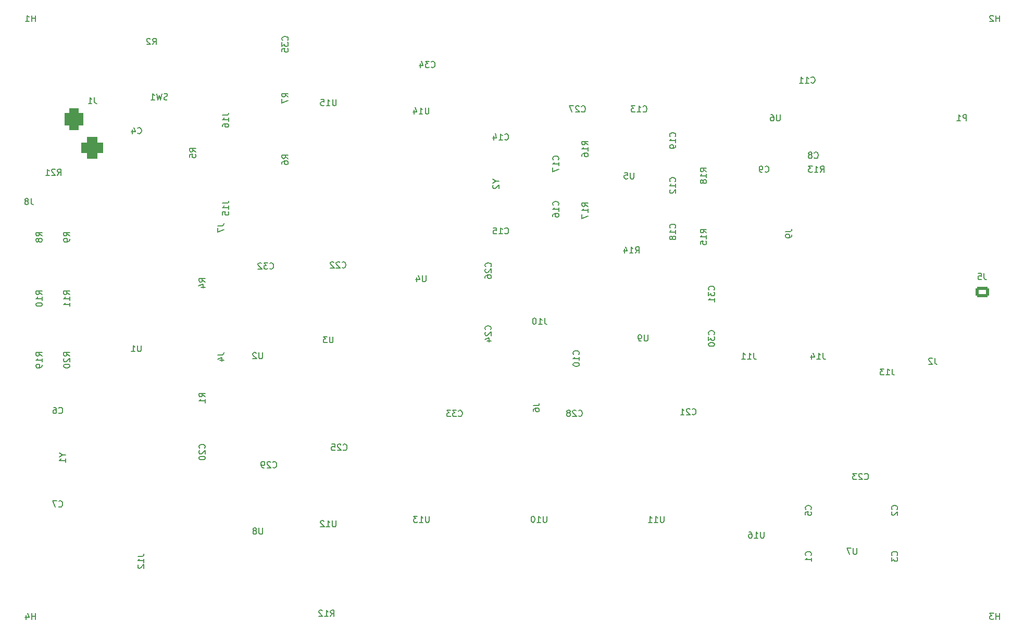
<source format=gbo>
G04 #@! TF.GenerationSoftware,KiCad,Pcbnew,(6.0.11)*
G04 #@! TF.CreationDate,2024-04-02T11:50:42-04:00*
G04 #@! TF.ProjectId,DAISY256,44414953-5932-4353-962e-6b696361645f,rev?*
G04 #@! TF.SameCoordinates,Original*
G04 #@! TF.FileFunction,Legend,Bot*
G04 #@! TF.FilePolarity,Positive*
%FSLAX46Y46*%
G04 Gerber Fmt 4.6, Leading zero omitted, Abs format (unit mm)*
G04 Created by KiCad (PCBNEW (6.0.11)) date 2024-04-02 11:50:42*
%MOMM*%
%LPD*%
G01*
G04 APERTURE LIST*
G04 Aperture macros list*
%AMRoundRect*
0 Rectangle with rounded corners*
0 $1 Rounding radius*
0 $2 $3 $4 $5 $6 $7 $8 $9 X,Y pos of 4 corners*
0 Add a 4 corners polygon primitive as box body*
4,1,4,$2,$3,$4,$5,$6,$7,$8,$9,$2,$3,0*
0 Add four circle primitives for the rounded corners*
1,1,$1+$1,$2,$3*
1,1,$1+$1,$4,$5*
1,1,$1+$1,$6,$7*
1,1,$1+$1,$8,$9*
0 Add four rect primitives between the rounded corners*
20,1,$1+$1,$2,$3,$4,$5,0*
20,1,$1+$1,$4,$5,$6,$7,0*
20,1,$1+$1,$6,$7,$8,$9,0*
20,1,$1+$1,$8,$9,$2,$3,0*%
G04 Aperture macros list end*
%ADD10C,0.150000*%
%ADD11C,1.500000*%
%ADD12R,2.400000X1.600000*%
%ADD13O,2.400000X1.600000*%
%ADD14C,1.600000*%
%ADD15O,1.600000X1.600000*%
%ADD16C,1.800000*%
%ADD17C,4.600000*%
%ADD18O,3.000000X2.000000*%
%ADD19O,2.000000X3.000000*%
%ADD20O,2.999999X2.000000*%
%ADD21R,3.500000X3.500000*%
%ADD22RoundRect,0.750000X-0.750000X-1.000000X0.750000X-1.000000X0.750000X1.000000X-0.750000X1.000000X0*%
%ADD23RoundRect,0.875000X-0.875000X-0.875000X0.875000X-0.875000X0.875000X0.875000X-0.875000X0.875000X0*%
%ADD24R,1.600000X1.600000*%
%ADD25C,4.000000*%
%ADD26C,2.000000*%
%ADD27R,1.700000X1.700000*%
%ADD28O,1.700000X1.700000*%
%ADD29R,1.800000X1.800000*%
%ADD30RoundRect,0.250000X-0.845000X0.620000X-0.845000X-0.620000X0.845000X-0.620000X0.845000X0.620000X0*%
%ADD31O,2.190000X1.740000*%
%ADD32R,1.600000X2.400000*%
%ADD33O,1.600000X2.400000*%
%ADD34C,6.400000*%
G04 APERTURE END LIST*
D10*
X123420190Y-86444809D02*
X123896380Y-86444809D01*
X122896380Y-86111476D02*
X123420190Y-86444809D01*
X122896380Y-86778142D01*
X122991619Y-87063857D02*
X122944000Y-87111476D01*
X122896380Y-87206714D01*
X122896380Y-87444809D01*
X122944000Y-87540047D01*
X122991619Y-87587666D01*
X123086857Y-87635285D01*
X123182095Y-87635285D01*
X123324952Y-87587666D01*
X123896380Y-87016238D01*
X123896380Y-87635285D01*
X52976190Y-130933809D02*
X53452380Y-130933809D01*
X52452380Y-130600476D02*
X52976190Y-130933809D01*
X52452380Y-131267142D01*
X53452380Y-132124285D02*
X53452380Y-131552857D01*
X53452380Y-131838571D02*
X52452380Y-131838571D01*
X52595238Y-131743333D01*
X52690476Y-131648095D01*
X52738095Y-131552857D01*
X150714095Y-140917380D02*
X150714095Y-141726904D01*
X150666476Y-141822142D01*
X150618857Y-141869761D01*
X150523619Y-141917380D01*
X150333142Y-141917380D01*
X150237904Y-141869761D01*
X150190285Y-141822142D01*
X150142666Y-141726904D01*
X150142666Y-140917380D01*
X149142666Y-141917380D02*
X149714095Y-141917380D01*
X149428380Y-141917380D02*
X149428380Y-140917380D01*
X149523619Y-141060238D01*
X149618857Y-141155476D01*
X149714095Y-141203095D01*
X148190285Y-141917380D02*
X148761714Y-141917380D01*
X148476000Y-141917380D02*
X148476000Y-140917380D01*
X148571238Y-141060238D01*
X148666476Y-141155476D01*
X148761714Y-141203095D01*
X169583904Y-75612380D02*
X169583904Y-76421904D01*
X169536285Y-76517142D01*
X169488666Y-76564761D01*
X169393428Y-76612380D01*
X169202952Y-76612380D01*
X169107714Y-76564761D01*
X169060095Y-76517142D01*
X169012476Y-76421904D01*
X169012476Y-75612380D01*
X168107714Y-75612380D02*
X168298190Y-75612380D01*
X168393428Y-75660000D01*
X168441047Y-75707619D01*
X168536285Y-75850476D01*
X168583904Y-76040952D01*
X168583904Y-76421904D01*
X168536285Y-76517142D01*
X168488666Y-76564761D01*
X168393428Y-76612380D01*
X168202952Y-76612380D01*
X168107714Y-76564761D01*
X168060095Y-76517142D01*
X168012476Y-76421904D01*
X168012476Y-76183809D01*
X168060095Y-76088571D01*
X168107714Y-76040952D01*
X168202952Y-75993333D01*
X168393428Y-75993333D01*
X168488666Y-76040952D01*
X168536285Y-76088571D01*
X168583904Y-76183809D01*
X96926904Y-111692380D02*
X96926904Y-112501904D01*
X96879285Y-112597142D01*
X96831666Y-112644761D01*
X96736428Y-112692380D01*
X96545952Y-112692380D01*
X96450714Y-112644761D01*
X96403095Y-112597142D01*
X96355476Y-112501904D01*
X96355476Y-111692380D01*
X95974523Y-111692380D02*
X95355476Y-111692380D01*
X95688809Y-112073333D01*
X95545952Y-112073333D01*
X95450714Y-112120952D01*
X95403095Y-112168571D01*
X95355476Y-112263809D01*
X95355476Y-112501904D01*
X95403095Y-112597142D01*
X95450714Y-112644761D01*
X95545952Y-112692380D01*
X95831666Y-112692380D01*
X95926904Y-112644761D01*
X95974523Y-112597142D01*
X85451904Y-114302380D02*
X85451904Y-115111904D01*
X85404285Y-115207142D01*
X85356666Y-115254761D01*
X85261428Y-115302380D01*
X85070952Y-115302380D01*
X84975714Y-115254761D01*
X84928095Y-115207142D01*
X84880476Y-115111904D01*
X84880476Y-114302380D01*
X84451904Y-114397619D02*
X84404285Y-114350000D01*
X84309047Y-114302380D01*
X84070952Y-114302380D01*
X83975714Y-114350000D01*
X83928095Y-114397619D01*
X83880476Y-114492857D01*
X83880476Y-114588095D01*
X83928095Y-114730952D01*
X84499523Y-115302380D01*
X83880476Y-115302380D01*
X98572857Y-130107142D02*
X98620476Y-130154761D01*
X98763333Y-130202380D01*
X98858571Y-130202380D01*
X99001428Y-130154761D01*
X99096666Y-130059523D01*
X99144285Y-129964285D01*
X99191904Y-129773809D01*
X99191904Y-129630952D01*
X99144285Y-129440476D01*
X99096666Y-129345238D01*
X99001428Y-129250000D01*
X98858571Y-129202380D01*
X98763333Y-129202380D01*
X98620476Y-129250000D01*
X98572857Y-129297619D01*
X98191904Y-129297619D02*
X98144285Y-129250000D01*
X98049047Y-129202380D01*
X97810952Y-129202380D01*
X97715714Y-129250000D01*
X97668095Y-129297619D01*
X97620476Y-129392857D01*
X97620476Y-129488095D01*
X97668095Y-129630952D01*
X98239523Y-130202380D01*
X97620476Y-130202380D01*
X96715714Y-129202380D02*
X97191904Y-129202380D01*
X97239523Y-129678571D01*
X97191904Y-129630952D01*
X97096666Y-129583333D01*
X96858571Y-129583333D01*
X96763333Y-129630952D01*
X96715714Y-129678571D01*
X96668095Y-129773809D01*
X96668095Y-130011904D01*
X96715714Y-130107142D01*
X96763333Y-130154761D01*
X96858571Y-130202380D01*
X97096666Y-130202380D01*
X97191904Y-130154761D01*
X97239523Y-130107142D01*
X122562142Y-100327142D02*
X122609761Y-100279523D01*
X122657380Y-100136666D01*
X122657380Y-100041428D01*
X122609761Y-99898571D01*
X122514523Y-99803333D01*
X122419285Y-99755714D01*
X122228809Y-99708095D01*
X122085952Y-99708095D01*
X121895476Y-99755714D01*
X121800238Y-99803333D01*
X121705000Y-99898571D01*
X121657380Y-100041428D01*
X121657380Y-100136666D01*
X121705000Y-100279523D01*
X121752619Y-100327142D01*
X121752619Y-100708095D02*
X121705000Y-100755714D01*
X121657380Y-100850952D01*
X121657380Y-101089047D01*
X121705000Y-101184285D01*
X121752619Y-101231904D01*
X121847857Y-101279523D01*
X121943095Y-101279523D01*
X122085952Y-101231904D01*
X122657380Y-100660476D01*
X122657380Y-101279523D01*
X121657380Y-102136666D02*
X121657380Y-101946190D01*
X121705000Y-101850952D01*
X121752619Y-101803333D01*
X121895476Y-101708095D01*
X122085952Y-101660476D01*
X122466904Y-101660476D01*
X122562142Y-101708095D01*
X122609761Y-101755714D01*
X122657380Y-101850952D01*
X122657380Y-102041428D01*
X122609761Y-102136666D01*
X122562142Y-102184285D01*
X122466904Y-102231904D01*
X122228809Y-102231904D01*
X122133571Y-102184285D01*
X122085952Y-102136666D01*
X122038333Y-102041428D01*
X122038333Y-101850952D01*
X122085952Y-101755714D01*
X122133571Y-101708095D01*
X122228809Y-101660476D01*
X85476904Y-142822380D02*
X85476904Y-143631904D01*
X85429285Y-143727142D01*
X85381666Y-143774761D01*
X85286428Y-143822380D01*
X85095952Y-143822380D01*
X85000714Y-143774761D01*
X84953095Y-143727142D01*
X84905476Y-143631904D01*
X84905476Y-142822380D01*
X84286428Y-143250952D02*
X84381666Y-143203333D01*
X84429285Y-143155714D01*
X84476904Y-143060476D01*
X84476904Y-143012857D01*
X84429285Y-142917619D01*
X84381666Y-142870000D01*
X84286428Y-142822380D01*
X84095952Y-142822380D01*
X84000714Y-142870000D01*
X83953095Y-142917619D01*
X83905476Y-143012857D01*
X83905476Y-143060476D01*
X83953095Y-143155714D01*
X84000714Y-143203333D01*
X84095952Y-143250952D01*
X84286428Y-143250952D01*
X84381666Y-143298571D01*
X84429285Y-143346190D01*
X84476904Y-143441428D01*
X84476904Y-143631904D01*
X84429285Y-143727142D01*
X84381666Y-143774761D01*
X84286428Y-143822380D01*
X84095952Y-143822380D01*
X84000714Y-143774761D01*
X83953095Y-143727142D01*
X83905476Y-143631904D01*
X83905476Y-143441428D01*
X83953095Y-143346190D01*
X84000714Y-143298571D01*
X84095952Y-143250952D01*
X136822857Y-124577142D02*
X136870476Y-124624761D01*
X137013333Y-124672380D01*
X137108571Y-124672380D01*
X137251428Y-124624761D01*
X137346666Y-124529523D01*
X137394285Y-124434285D01*
X137441904Y-124243809D01*
X137441904Y-124100952D01*
X137394285Y-123910476D01*
X137346666Y-123815238D01*
X137251428Y-123720000D01*
X137108571Y-123672380D01*
X137013333Y-123672380D01*
X136870476Y-123720000D01*
X136822857Y-123767619D01*
X136441904Y-123767619D02*
X136394285Y-123720000D01*
X136299047Y-123672380D01*
X136060952Y-123672380D01*
X135965714Y-123720000D01*
X135918095Y-123767619D01*
X135870476Y-123862857D01*
X135870476Y-123958095D01*
X135918095Y-124100952D01*
X136489523Y-124672380D01*
X135870476Y-124672380D01*
X135299047Y-124100952D02*
X135394285Y-124053333D01*
X135441904Y-124005714D01*
X135489523Y-123910476D01*
X135489523Y-123862857D01*
X135441904Y-123767619D01*
X135394285Y-123720000D01*
X135299047Y-123672380D01*
X135108571Y-123672380D01*
X135013333Y-123720000D01*
X134965714Y-123767619D01*
X134918095Y-123862857D01*
X134918095Y-123910476D01*
X134965714Y-124005714D01*
X135013333Y-124053333D01*
X135108571Y-124100952D01*
X135299047Y-124100952D01*
X135394285Y-124148571D01*
X135441904Y-124196190D01*
X135489523Y-124291428D01*
X135489523Y-124481904D01*
X135441904Y-124577142D01*
X135394285Y-124624761D01*
X135299047Y-124672380D01*
X135108571Y-124672380D01*
X135013333Y-124624761D01*
X134965714Y-124577142D01*
X134918095Y-124481904D01*
X134918095Y-124291428D01*
X134965714Y-124196190D01*
X135013333Y-124148571D01*
X135108571Y-124100952D01*
X87142857Y-132937142D02*
X87190476Y-132984761D01*
X87333333Y-133032380D01*
X87428571Y-133032380D01*
X87571428Y-132984761D01*
X87666666Y-132889523D01*
X87714285Y-132794285D01*
X87761904Y-132603809D01*
X87761904Y-132460952D01*
X87714285Y-132270476D01*
X87666666Y-132175238D01*
X87571428Y-132080000D01*
X87428571Y-132032380D01*
X87333333Y-132032380D01*
X87190476Y-132080000D01*
X87142857Y-132127619D01*
X86761904Y-132127619D02*
X86714285Y-132080000D01*
X86619047Y-132032380D01*
X86380952Y-132032380D01*
X86285714Y-132080000D01*
X86238095Y-132127619D01*
X86190476Y-132222857D01*
X86190476Y-132318095D01*
X86238095Y-132460952D01*
X86809523Y-133032380D01*
X86190476Y-133032380D01*
X85714285Y-133032380D02*
X85523809Y-133032380D01*
X85428571Y-132984761D01*
X85380952Y-132937142D01*
X85285714Y-132794285D01*
X85238095Y-132603809D01*
X85238095Y-132222857D01*
X85285714Y-132127619D01*
X85333333Y-132080000D01*
X85428571Y-132032380D01*
X85619047Y-132032380D01*
X85714285Y-132080000D01*
X85761904Y-132127619D01*
X85809523Y-132222857D01*
X85809523Y-132460952D01*
X85761904Y-132556190D01*
X85714285Y-132603809D01*
X85619047Y-132651428D01*
X85428571Y-132651428D01*
X85333333Y-132603809D01*
X85285714Y-132556190D01*
X85238095Y-132460952D01*
X124847857Y-94902142D02*
X124895476Y-94949761D01*
X125038333Y-94997380D01*
X125133571Y-94997380D01*
X125276428Y-94949761D01*
X125371666Y-94854523D01*
X125419285Y-94759285D01*
X125466904Y-94568809D01*
X125466904Y-94425952D01*
X125419285Y-94235476D01*
X125371666Y-94140238D01*
X125276428Y-94045000D01*
X125133571Y-93997380D01*
X125038333Y-93997380D01*
X124895476Y-94045000D01*
X124847857Y-94092619D01*
X123895476Y-94997380D02*
X124466904Y-94997380D01*
X124181190Y-94997380D02*
X124181190Y-93997380D01*
X124276428Y-94140238D01*
X124371666Y-94235476D01*
X124466904Y-94283095D01*
X122990714Y-93997380D02*
X123466904Y-93997380D01*
X123514523Y-94473571D01*
X123466904Y-94425952D01*
X123371666Y-94378333D01*
X123133571Y-94378333D01*
X123038333Y-94425952D01*
X122990714Y-94473571D01*
X122943095Y-94568809D01*
X122943095Y-94806904D01*
X122990714Y-94902142D01*
X123038333Y-94949761D01*
X123133571Y-94997380D01*
X123371666Y-94997380D01*
X123466904Y-94949761D01*
X123514523Y-94902142D01*
X124847857Y-79607142D02*
X124895476Y-79654761D01*
X125038333Y-79702380D01*
X125133571Y-79702380D01*
X125276428Y-79654761D01*
X125371666Y-79559523D01*
X125419285Y-79464285D01*
X125466904Y-79273809D01*
X125466904Y-79130952D01*
X125419285Y-78940476D01*
X125371666Y-78845238D01*
X125276428Y-78750000D01*
X125133571Y-78702380D01*
X125038333Y-78702380D01*
X124895476Y-78750000D01*
X124847857Y-78797619D01*
X123895476Y-79702380D02*
X124466904Y-79702380D01*
X124181190Y-79702380D02*
X124181190Y-78702380D01*
X124276428Y-78845238D01*
X124371666Y-78940476D01*
X124466904Y-78988095D01*
X123038333Y-79035714D02*
X123038333Y-79702380D01*
X123276428Y-78654761D02*
X123514523Y-79369047D01*
X122895476Y-79369047D01*
X145829904Y-85032380D02*
X145829904Y-85841904D01*
X145782285Y-85937142D01*
X145734666Y-85984761D01*
X145639428Y-86032380D01*
X145448952Y-86032380D01*
X145353714Y-85984761D01*
X145306095Y-85937142D01*
X145258476Y-85841904D01*
X145258476Y-85032380D01*
X144306095Y-85032380D02*
X144782285Y-85032380D01*
X144829904Y-85508571D01*
X144782285Y-85460952D01*
X144687047Y-85413333D01*
X144448952Y-85413333D01*
X144353714Y-85460952D01*
X144306095Y-85508571D01*
X144258476Y-85603809D01*
X144258476Y-85841904D01*
X144306095Y-85937142D01*
X144353714Y-85984761D01*
X144448952Y-86032380D01*
X144687047Y-86032380D01*
X144782285Y-85984761D01*
X144829904Y-85937142D01*
X152537142Y-94017142D02*
X152584761Y-93969523D01*
X152632380Y-93826666D01*
X152632380Y-93731428D01*
X152584761Y-93588571D01*
X152489523Y-93493333D01*
X152394285Y-93445714D01*
X152203809Y-93398095D01*
X152060952Y-93398095D01*
X151870476Y-93445714D01*
X151775238Y-93493333D01*
X151680000Y-93588571D01*
X151632380Y-93731428D01*
X151632380Y-93826666D01*
X151680000Y-93969523D01*
X151727619Y-94017142D01*
X152632380Y-94969523D02*
X152632380Y-94398095D01*
X152632380Y-94683809D02*
X151632380Y-94683809D01*
X151775238Y-94588571D01*
X151870476Y-94493333D01*
X151918095Y-94398095D01*
X152060952Y-95540952D02*
X152013333Y-95445714D01*
X151965714Y-95398095D01*
X151870476Y-95350476D01*
X151822857Y-95350476D01*
X151727619Y-95398095D01*
X151680000Y-95445714D01*
X151632380Y-95540952D01*
X151632380Y-95731428D01*
X151680000Y-95826666D01*
X151727619Y-95874285D01*
X151822857Y-95921904D01*
X151870476Y-95921904D01*
X151965714Y-95874285D01*
X152013333Y-95826666D01*
X152060952Y-95731428D01*
X152060952Y-95540952D01*
X152108571Y-95445714D01*
X152156190Y-95398095D01*
X152251428Y-95350476D01*
X152441904Y-95350476D01*
X152537142Y-95398095D01*
X152584761Y-95445714D01*
X152632380Y-95540952D01*
X152632380Y-95731428D01*
X152584761Y-95826666D01*
X152537142Y-95874285D01*
X152441904Y-95921904D01*
X152251428Y-95921904D01*
X152156190Y-95874285D01*
X152108571Y-95826666D01*
X152060952Y-95731428D01*
X167166666Y-84857142D02*
X167214285Y-84904761D01*
X167357142Y-84952380D01*
X167452380Y-84952380D01*
X167595238Y-84904761D01*
X167690476Y-84809523D01*
X167738095Y-84714285D01*
X167785714Y-84523809D01*
X167785714Y-84380952D01*
X167738095Y-84190476D01*
X167690476Y-84095238D01*
X167595238Y-84000000D01*
X167452380Y-83952380D01*
X167357142Y-83952380D01*
X167214285Y-84000000D01*
X167166666Y-84047619D01*
X166690476Y-84952380D02*
X166500000Y-84952380D01*
X166404761Y-84904761D01*
X166357142Y-84857142D01*
X166261904Y-84714285D01*
X166214285Y-84523809D01*
X166214285Y-84142857D01*
X166261904Y-84047619D01*
X166309523Y-84000000D01*
X166404761Y-83952380D01*
X166595238Y-83952380D01*
X166690476Y-84000000D01*
X166738095Y-84047619D01*
X166785714Y-84142857D01*
X166785714Y-84380952D01*
X166738095Y-84476190D01*
X166690476Y-84523809D01*
X166595238Y-84571428D01*
X166404761Y-84571428D01*
X166309523Y-84523809D01*
X166261904Y-84476190D01*
X166214285Y-84380952D01*
X52346666Y-139327142D02*
X52394285Y-139374761D01*
X52537142Y-139422380D01*
X52632380Y-139422380D01*
X52775238Y-139374761D01*
X52870476Y-139279523D01*
X52918095Y-139184285D01*
X52965714Y-138993809D01*
X52965714Y-138850952D01*
X52918095Y-138660476D01*
X52870476Y-138565238D01*
X52775238Y-138470000D01*
X52632380Y-138422380D01*
X52537142Y-138422380D01*
X52394285Y-138470000D01*
X52346666Y-138517619D01*
X52013333Y-138422380D02*
X51346666Y-138422380D01*
X51775238Y-139422380D01*
X52346666Y-124107142D02*
X52394285Y-124154761D01*
X52537142Y-124202380D01*
X52632380Y-124202380D01*
X52775238Y-124154761D01*
X52870476Y-124059523D01*
X52918095Y-123964285D01*
X52965714Y-123773809D01*
X52965714Y-123630952D01*
X52918095Y-123440476D01*
X52870476Y-123345238D01*
X52775238Y-123250000D01*
X52632380Y-123202380D01*
X52537142Y-123202380D01*
X52394285Y-123250000D01*
X52346666Y-123297619D01*
X51489523Y-123202380D02*
X51680000Y-123202380D01*
X51775238Y-123250000D01*
X51822857Y-123297619D01*
X51918095Y-123440476D01*
X51965714Y-123630952D01*
X51965714Y-124011904D01*
X51918095Y-124107142D01*
X51870476Y-124154761D01*
X51775238Y-124202380D01*
X51584761Y-124202380D01*
X51489523Y-124154761D01*
X51441904Y-124107142D01*
X51394285Y-124011904D01*
X51394285Y-123773809D01*
X51441904Y-123678571D01*
X51489523Y-123630952D01*
X51584761Y-123583333D01*
X51775238Y-123583333D01*
X51870476Y-123630952D01*
X51918095Y-123678571D01*
X51965714Y-123773809D01*
X174607142Y-139803333D02*
X174654761Y-139755714D01*
X174702380Y-139612857D01*
X174702380Y-139517619D01*
X174654761Y-139374761D01*
X174559523Y-139279523D01*
X174464285Y-139231904D01*
X174273809Y-139184285D01*
X174130952Y-139184285D01*
X173940476Y-139231904D01*
X173845238Y-139279523D01*
X173750000Y-139374761D01*
X173702380Y-139517619D01*
X173702380Y-139612857D01*
X173750000Y-139755714D01*
X173797619Y-139803333D01*
X173702380Y-140708095D02*
X173702380Y-140231904D01*
X174178571Y-140184285D01*
X174130952Y-140231904D01*
X174083333Y-140327142D01*
X174083333Y-140565238D01*
X174130952Y-140660476D01*
X174178571Y-140708095D01*
X174273809Y-140755714D01*
X174511904Y-140755714D01*
X174607142Y-140708095D01*
X174654761Y-140660476D01*
X174702380Y-140565238D01*
X174702380Y-140327142D01*
X174654761Y-140231904D01*
X174607142Y-140184285D01*
X188607142Y-147303333D02*
X188654761Y-147255714D01*
X188702380Y-147112857D01*
X188702380Y-147017619D01*
X188654761Y-146874761D01*
X188559523Y-146779523D01*
X188464285Y-146731904D01*
X188273809Y-146684285D01*
X188130952Y-146684285D01*
X187940476Y-146731904D01*
X187845238Y-146779523D01*
X187750000Y-146874761D01*
X187702380Y-147017619D01*
X187702380Y-147112857D01*
X187750000Y-147255714D01*
X187797619Y-147303333D01*
X187702380Y-147636666D02*
X187702380Y-148255714D01*
X188083333Y-147922380D01*
X188083333Y-148065238D01*
X188130952Y-148160476D01*
X188178571Y-148208095D01*
X188273809Y-148255714D01*
X188511904Y-148255714D01*
X188607142Y-148208095D01*
X188654761Y-148160476D01*
X188702380Y-148065238D01*
X188702380Y-147779523D01*
X188654761Y-147684285D01*
X188607142Y-147636666D01*
X183322857Y-134857142D02*
X183370476Y-134904761D01*
X183513333Y-134952380D01*
X183608571Y-134952380D01*
X183751428Y-134904761D01*
X183846666Y-134809523D01*
X183894285Y-134714285D01*
X183941904Y-134523809D01*
X183941904Y-134380952D01*
X183894285Y-134190476D01*
X183846666Y-134095238D01*
X183751428Y-134000000D01*
X183608571Y-133952380D01*
X183513333Y-133952380D01*
X183370476Y-134000000D01*
X183322857Y-134047619D01*
X182941904Y-134047619D02*
X182894285Y-134000000D01*
X182799047Y-133952380D01*
X182560952Y-133952380D01*
X182465714Y-134000000D01*
X182418095Y-134047619D01*
X182370476Y-134142857D01*
X182370476Y-134238095D01*
X182418095Y-134380952D01*
X182989523Y-134952380D01*
X182370476Y-134952380D01*
X182037142Y-133952380D02*
X181418095Y-133952380D01*
X181751428Y-134333333D01*
X181608571Y-134333333D01*
X181513333Y-134380952D01*
X181465714Y-134428571D01*
X181418095Y-134523809D01*
X181418095Y-134761904D01*
X181465714Y-134857142D01*
X181513333Y-134904761D01*
X181608571Y-134952380D01*
X181894285Y-134952380D01*
X181989523Y-134904761D01*
X182037142Y-134857142D01*
X122537142Y-110577142D02*
X122584761Y-110529523D01*
X122632380Y-110386666D01*
X122632380Y-110291428D01*
X122584761Y-110148571D01*
X122489523Y-110053333D01*
X122394285Y-110005714D01*
X122203809Y-109958095D01*
X122060952Y-109958095D01*
X121870476Y-110005714D01*
X121775238Y-110053333D01*
X121680000Y-110148571D01*
X121632380Y-110291428D01*
X121632380Y-110386666D01*
X121680000Y-110529523D01*
X121727619Y-110577142D01*
X121727619Y-110958095D02*
X121680000Y-111005714D01*
X121632380Y-111100952D01*
X121632380Y-111339047D01*
X121680000Y-111434285D01*
X121727619Y-111481904D01*
X121822857Y-111529523D01*
X121918095Y-111529523D01*
X122060952Y-111481904D01*
X122632380Y-110910476D01*
X122632380Y-111529523D01*
X121965714Y-112386666D02*
X122632380Y-112386666D01*
X121584761Y-112148571D02*
X122299047Y-111910476D01*
X122299047Y-112529523D01*
X76037142Y-129827142D02*
X76084761Y-129779523D01*
X76132380Y-129636666D01*
X76132380Y-129541428D01*
X76084761Y-129398571D01*
X75989523Y-129303333D01*
X75894285Y-129255714D01*
X75703809Y-129208095D01*
X75560952Y-129208095D01*
X75370476Y-129255714D01*
X75275238Y-129303333D01*
X75180000Y-129398571D01*
X75132380Y-129541428D01*
X75132380Y-129636666D01*
X75180000Y-129779523D01*
X75227619Y-129827142D01*
X75227619Y-130208095D02*
X75180000Y-130255714D01*
X75132380Y-130350952D01*
X75132380Y-130589047D01*
X75180000Y-130684285D01*
X75227619Y-130731904D01*
X75322857Y-130779523D01*
X75418095Y-130779523D01*
X75560952Y-130731904D01*
X76132380Y-130160476D01*
X76132380Y-130779523D01*
X75132380Y-131398571D02*
X75132380Y-131493809D01*
X75180000Y-131589047D01*
X75227619Y-131636666D01*
X75322857Y-131684285D01*
X75513333Y-131731904D01*
X75751428Y-131731904D01*
X75941904Y-131684285D01*
X76037142Y-131636666D01*
X76084761Y-131589047D01*
X76132380Y-131493809D01*
X76132380Y-131398571D01*
X76084761Y-131303333D01*
X76037142Y-131255714D01*
X75941904Y-131208095D01*
X75751428Y-131160476D01*
X75513333Y-131160476D01*
X75322857Y-131208095D01*
X75227619Y-131255714D01*
X75180000Y-131303333D01*
X75132380Y-131398571D01*
X155322857Y-124327142D02*
X155370476Y-124374761D01*
X155513333Y-124422380D01*
X155608571Y-124422380D01*
X155751428Y-124374761D01*
X155846666Y-124279523D01*
X155894285Y-124184285D01*
X155941904Y-123993809D01*
X155941904Y-123850952D01*
X155894285Y-123660476D01*
X155846666Y-123565238D01*
X155751428Y-123470000D01*
X155608571Y-123422380D01*
X155513333Y-123422380D01*
X155370476Y-123470000D01*
X155322857Y-123517619D01*
X154941904Y-123517619D02*
X154894285Y-123470000D01*
X154799047Y-123422380D01*
X154560952Y-123422380D01*
X154465714Y-123470000D01*
X154418095Y-123517619D01*
X154370476Y-123612857D01*
X154370476Y-123708095D01*
X154418095Y-123850952D01*
X154989523Y-124422380D01*
X154370476Y-124422380D01*
X153418095Y-124422380D02*
X153989523Y-124422380D01*
X153703809Y-124422380D02*
X153703809Y-123422380D01*
X153799047Y-123565238D01*
X153894285Y-123660476D01*
X153989523Y-123708095D01*
X98392857Y-100437142D02*
X98440476Y-100484761D01*
X98583333Y-100532380D01*
X98678571Y-100532380D01*
X98821428Y-100484761D01*
X98916666Y-100389523D01*
X98964285Y-100294285D01*
X99011904Y-100103809D01*
X99011904Y-99960952D01*
X98964285Y-99770476D01*
X98916666Y-99675238D01*
X98821428Y-99580000D01*
X98678571Y-99532380D01*
X98583333Y-99532380D01*
X98440476Y-99580000D01*
X98392857Y-99627619D01*
X98011904Y-99627619D02*
X97964285Y-99580000D01*
X97869047Y-99532380D01*
X97630952Y-99532380D01*
X97535714Y-99580000D01*
X97488095Y-99627619D01*
X97440476Y-99722857D01*
X97440476Y-99818095D01*
X97488095Y-99960952D01*
X98059523Y-100532380D01*
X97440476Y-100532380D01*
X97059523Y-99627619D02*
X97011904Y-99580000D01*
X96916666Y-99532380D01*
X96678571Y-99532380D01*
X96583333Y-99580000D01*
X96535714Y-99627619D01*
X96488095Y-99722857D01*
X96488095Y-99818095D01*
X96535714Y-99960952D01*
X97107142Y-100532380D01*
X96488095Y-100532380D01*
X188607142Y-139803333D02*
X188654761Y-139755714D01*
X188702380Y-139612857D01*
X188702380Y-139517619D01*
X188654761Y-139374761D01*
X188559523Y-139279523D01*
X188464285Y-139231904D01*
X188273809Y-139184285D01*
X188130952Y-139184285D01*
X187940476Y-139231904D01*
X187845238Y-139279523D01*
X187750000Y-139374761D01*
X187702380Y-139517619D01*
X187702380Y-139612857D01*
X187750000Y-139755714D01*
X187797619Y-139803333D01*
X187797619Y-140184285D02*
X187750000Y-140231904D01*
X187702380Y-140327142D01*
X187702380Y-140565238D01*
X187750000Y-140660476D01*
X187797619Y-140708095D01*
X187892857Y-140755714D01*
X187988095Y-140755714D01*
X188130952Y-140708095D01*
X188702380Y-140136666D01*
X188702380Y-140755714D01*
X174607142Y-147303333D02*
X174654761Y-147255714D01*
X174702380Y-147112857D01*
X174702380Y-147017619D01*
X174654761Y-146874761D01*
X174559523Y-146779523D01*
X174464285Y-146731904D01*
X174273809Y-146684285D01*
X174130952Y-146684285D01*
X173940476Y-146731904D01*
X173845238Y-146779523D01*
X173750000Y-146874761D01*
X173702380Y-147017619D01*
X173702380Y-147112857D01*
X173750000Y-147255714D01*
X173797619Y-147303333D01*
X174702380Y-148255714D02*
X174702380Y-147684285D01*
X174702380Y-147970000D02*
X173702380Y-147970000D01*
X173845238Y-147874761D01*
X173940476Y-147779523D01*
X173988095Y-147684285D01*
X131664095Y-140917380D02*
X131664095Y-141726904D01*
X131616476Y-141822142D01*
X131568857Y-141869761D01*
X131473619Y-141917380D01*
X131283142Y-141917380D01*
X131187904Y-141869761D01*
X131140285Y-141822142D01*
X131092666Y-141726904D01*
X131092666Y-140917380D01*
X130092666Y-141917380D02*
X130664095Y-141917380D01*
X130378380Y-141917380D02*
X130378380Y-140917380D01*
X130473619Y-141060238D01*
X130568857Y-141155476D01*
X130664095Y-141203095D01*
X129473619Y-140917380D02*
X129378380Y-140917380D01*
X129283142Y-140965000D01*
X129235523Y-141012619D01*
X129187904Y-141107857D01*
X129140285Y-141298333D01*
X129140285Y-141536428D01*
X129187904Y-141726904D01*
X129235523Y-141822142D01*
X129283142Y-141869761D01*
X129378380Y-141917380D01*
X129473619Y-141917380D01*
X129568857Y-141869761D01*
X129616476Y-141822142D01*
X129664095Y-141726904D01*
X129711714Y-141536428D01*
X129711714Y-141298333D01*
X129664095Y-141107857D01*
X129616476Y-141012619D01*
X129568857Y-140965000D01*
X129473619Y-140917380D01*
X65742904Y-113132380D02*
X65742904Y-113941904D01*
X65695285Y-114037142D01*
X65647666Y-114084761D01*
X65552428Y-114132380D01*
X65361952Y-114132380D01*
X65266714Y-114084761D01*
X65219095Y-114037142D01*
X65171476Y-113941904D01*
X65171476Y-113132380D01*
X64171476Y-114132380D02*
X64742904Y-114132380D01*
X64457190Y-114132380D02*
X64457190Y-113132380D01*
X64552428Y-113275238D01*
X64647666Y-113370476D01*
X64742904Y-113418095D01*
X176142857Y-84952380D02*
X176476190Y-84476190D01*
X176714285Y-84952380D02*
X176714285Y-83952380D01*
X176333333Y-83952380D01*
X176238095Y-84000000D01*
X176190476Y-84047619D01*
X176142857Y-84142857D01*
X176142857Y-84285714D01*
X176190476Y-84380952D01*
X176238095Y-84428571D01*
X176333333Y-84476190D01*
X176714285Y-84476190D01*
X175190476Y-84952380D02*
X175761904Y-84952380D01*
X175476190Y-84952380D02*
X175476190Y-83952380D01*
X175571428Y-84095238D01*
X175666666Y-84190476D01*
X175761904Y-84238095D01*
X174857142Y-83952380D02*
X174238095Y-83952380D01*
X174571428Y-84333333D01*
X174428571Y-84333333D01*
X174333333Y-84380952D01*
X174285714Y-84428571D01*
X174238095Y-84523809D01*
X174238095Y-84761904D01*
X174285714Y-84857142D01*
X174333333Y-84904761D01*
X174428571Y-84952380D01*
X174714285Y-84952380D01*
X174809523Y-84904761D01*
X174857142Y-84857142D01*
X96512857Y-157202380D02*
X96846190Y-156726190D01*
X97084285Y-157202380D02*
X97084285Y-156202380D01*
X96703333Y-156202380D01*
X96608095Y-156250000D01*
X96560476Y-156297619D01*
X96512857Y-156392857D01*
X96512857Y-156535714D01*
X96560476Y-156630952D01*
X96608095Y-156678571D01*
X96703333Y-156726190D01*
X97084285Y-156726190D01*
X95560476Y-157202380D02*
X96131904Y-157202380D01*
X95846190Y-157202380D02*
X95846190Y-156202380D01*
X95941428Y-156345238D01*
X96036666Y-156440476D01*
X96131904Y-156488095D01*
X95179523Y-156297619D02*
X95131904Y-156250000D01*
X95036666Y-156202380D01*
X94798571Y-156202380D01*
X94703333Y-156250000D01*
X94655714Y-156297619D01*
X94608095Y-156392857D01*
X94608095Y-156488095D01*
X94655714Y-156630952D01*
X95227142Y-157202380D01*
X94608095Y-157202380D01*
X74632380Y-81636333D02*
X74156190Y-81303000D01*
X74632380Y-81064904D02*
X73632380Y-81064904D01*
X73632380Y-81445857D01*
X73680000Y-81541095D01*
X73727619Y-81588714D01*
X73822857Y-81636333D01*
X73965714Y-81636333D01*
X74060952Y-81588714D01*
X74108571Y-81541095D01*
X74156190Y-81445857D01*
X74156190Y-81064904D01*
X73632380Y-82541095D02*
X73632380Y-82064904D01*
X74108571Y-82017285D01*
X74060952Y-82064904D01*
X74013333Y-82160142D01*
X74013333Y-82398238D01*
X74060952Y-82493476D01*
X74108571Y-82541095D01*
X74203809Y-82588714D01*
X74441904Y-82588714D01*
X74537142Y-82541095D01*
X74584761Y-82493476D01*
X74632380Y-82398238D01*
X74632380Y-82160142D01*
X74584761Y-82064904D01*
X74537142Y-82017285D01*
X199888095Y-76602380D02*
X199888095Y-75602380D01*
X199507142Y-75602380D01*
X199411904Y-75650000D01*
X199364285Y-75697619D01*
X199316666Y-75792857D01*
X199316666Y-75935714D01*
X199364285Y-76030952D01*
X199411904Y-76078571D01*
X199507142Y-76126190D01*
X199888095Y-76126190D01*
X198364285Y-76602380D02*
X198935714Y-76602380D01*
X198650000Y-76602380D02*
X198650000Y-75602380D01*
X198745238Y-75745238D01*
X198840476Y-75840476D01*
X198935714Y-75888095D01*
X58148833Y-72794880D02*
X58148833Y-73509166D01*
X58196452Y-73652023D01*
X58291690Y-73747261D01*
X58434547Y-73794880D01*
X58529785Y-73794880D01*
X57148833Y-73794880D02*
X57720261Y-73794880D01*
X57434547Y-73794880D02*
X57434547Y-72794880D01*
X57529785Y-72937738D01*
X57625023Y-73032976D01*
X57720261Y-73080595D01*
X175166703Y-82607142D02*
X175214322Y-82654761D01*
X175357179Y-82702380D01*
X175452417Y-82702380D01*
X175595275Y-82654761D01*
X175690513Y-82559523D01*
X175738132Y-82464285D01*
X175785751Y-82273809D01*
X175785751Y-82130952D01*
X175738132Y-81940476D01*
X175690513Y-81845238D01*
X175595275Y-81750000D01*
X175452417Y-81702380D01*
X175357179Y-81702380D01*
X175214322Y-81750000D01*
X175166703Y-81797619D01*
X174595275Y-82130952D02*
X174690513Y-82083333D01*
X174738132Y-82035714D01*
X174785751Y-81940476D01*
X174785751Y-81892857D01*
X174738132Y-81797619D01*
X174690513Y-81750000D01*
X174595275Y-81702380D01*
X174404798Y-81702380D01*
X174309560Y-81750000D01*
X174261941Y-81797619D01*
X174214322Y-81892857D01*
X174214322Y-81940476D01*
X174261941Y-82035714D01*
X174309560Y-82083333D01*
X174404798Y-82130952D01*
X174595275Y-82130952D01*
X174690513Y-82178571D01*
X174738132Y-82226190D01*
X174785751Y-82321428D01*
X174785751Y-82511904D01*
X174738132Y-82607142D01*
X174690513Y-82654761D01*
X174595275Y-82702380D01*
X174404798Y-82702380D01*
X174309560Y-82654761D01*
X174261941Y-82607142D01*
X174214322Y-82511904D01*
X174214322Y-82321428D01*
X174261941Y-82226190D01*
X174309560Y-82178571D01*
X174404798Y-82130952D01*
X133537142Y-82939142D02*
X133584761Y-82891523D01*
X133632380Y-82748666D01*
X133632380Y-82653428D01*
X133584761Y-82510571D01*
X133489523Y-82415333D01*
X133394285Y-82367714D01*
X133203809Y-82320095D01*
X133060952Y-82320095D01*
X132870476Y-82367714D01*
X132775238Y-82415333D01*
X132680000Y-82510571D01*
X132632380Y-82653428D01*
X132632380Y-82748666D01*
X132680000Y-82891523D01*
X132727619Y-82939142D01*
X133632380Y-83891523D02*
X133632380Y-83320095D01*
X133632380Y-83605809D02*
X132632380Y-83605809D01*
X132775238Y-83510571D01*
X132870476Y-83415333D01*
X132918095Y-83320095D01*
X132632380Y-84224857D02*
X132632380Y-84891523D01*
X133632380Y-84462952D01*
X133537142Y-90327142D02*
X133584761Y-90279523D01*
X133632380Y-90136666D01*
X133632380Y-90041428D01*
X133584761Y-89898571D01*
X133489523Y-89803333D01*
X133394285Y-89755714D01*
X133203809Y-89708095D01*
X133060952Y-89708095D01*
X132870476Y-89755714D01*
X132775238Y-89803333D01*
X132680000Y-89898571D01*
X132632380Y-90041428D01*
X132632380Y-90136666D01*
X132680000Y-90279523D01*
X132727619Y-90327142D01*
X133632380Y-91279523D02*
X133632380Y-90708095D01*
X133632380Y-90993809D02*
X132632380Y-90993809D01*
X132775238Y-90898571D01*
X132870476Y-90803333D01*
X132918095Y-90708095D01*
X132632380Y-92136666D02*
X132632380Y-91946190D01*
X132680000Y-91850952D01*
X132727619Y-91803333D01*
X132870476Y-91708095D01*
X133060952Y-91660476D01*
X133441904Y-91660476D01*
X133537142Y-91708095D01*
X133584761Y-91755714D01*
X133632380Y-91850952D01*
X133632380Y-92041428D01*
X133584761Y-92136666D01*
X133537142Y-92184285D01*
X133441904Y-92231904D01*
X133203809Y-92231904D01*
X133108571Y-92184285D01*
X133060952Y-92136666D01*
X133013333Y-92041428D01*
X133013333Y-91850952D01*
X133060952Y-91755714D01*
X133108571Y-91708095D01*
X133203809Y-91660476D01*
X152537142Y-86477142D02*
X152584761Y-86429523D01*
X152632380Y-86286666D01*
X152632380Y-86191428D01*
X152584761Y-86048571D01*
X152489523Y-85953333D01*
X152394285Y-85905714D01*
X152203809Y-85858095D01*
X152060952Y-85858095D01*
X151870476Y-85905714D01*
X151775238Y-85953333D01*
X151680000Y-86048571D01*
X151632380Y-86191428D01*
X151632380Y-86286666D01*
X151680000Y-86429523D01*
X151727619Y-86477142D01*
X152632380Y-87429523D02*
X152632380Y-86858095D01*
X152632380Y-87143809D02*
X151632380Y-87143809D01*
X151775238Y-87048571D01*
X151870476Y-86953333D01*
X151918095Y-86858095D01*
X151727619Y-87810476D02*
X151680000Y-87858095D01*
X151632380Y-87953333D01*
X151632380Y-88191428D01*
X151680000Y-88286666D01*
X151727619Y-88334285D01*
X151822857Y-88381904D01*
X151918095Y-88381904D01*
X152060952Y-88334285D01*
X152632380Y-87762857D01*
X152632380Y-88381904D01*
X137322857Y-75077142D02*
X137370476Y-75124761D01*
X137513333Y-75172380D01*
X137608571Y-75172380D01*
X137751428Y-75124761D01*
X137846666Y-75029523D01*
X137894285Y-74934285D01*
X137941904Y-74743809D01*
X137941904Y-74600952D01*
X137894285Y-74410476D01*
X137846666Y-74315238D01*
X137751428Y-74220000D01*
X137608571Y-74172380D01*
X137513333Y-74172380D01*
X137370476Y-74220000D01*
X137322857Y-74267619D01*
X136941904Y-74267619D02*
X136894285Y-74220000D01*
X136799047Y-74172380D01*
X136560952Y-74172380D01*
X136465714Y-74220000D01*
X136418095Y-74267619D01*
X136370476Y-74362857D01*
X136370476Y-74458095D01*
X136418095Y-74600952D01*
X136989523Y-75172380D01*
X136370476Y-75172380D01*
X136037142Y-74172380D02*
X135370476Y-74172380D01*
X135799047Y-75172380D01*
X157632380Y-84857142D02*
X157156190Y-84523809D01*
X157632380Y-84285714D02*
X156632380Y-84285714D01*
X156632380Y-84666666D01*
X156680000Y-84761904D01*
X156727619Y-84809523D01*
X156822857Y-84857142D01*
X156965714Y-84857142D01*
X157060952Y-84809523D01*
X157108571Y-84761904D01*
X157156190Y-84666666D01*
X157156190Y-84285714D01*
X157632380Y-85809523D02*
X157632380Y-85238095D01*
X157632380Y-85523809D02*
X156632380Y-85523809D01*
X156775238Y-85428571D01*
X156870476Y-85333333D01*
X156918095Y-85238095D01*
X157060952Y-86380952D02*
X157013333Y-86285714D01*
X156965714Y-86238095D01*
X156870476Y-86190476D01*
X156822857Y-86190476D01*
X156727619Y-86238095D01*
X156680000Y-86285714D01*
X156632380Y-86380952D01*
X156632380Y-86571428D01*
X156680000Y-86666666D01*
X156727619Y-86714285D01*
X156822857Y-86761904D01*
X156870476Y-86761904D01*
X156965714Y-86714285D01*
X157013333Y-86666666D01*
X157060952Y-86571428D01*
X157060952Y-86380952D01*
X157108571Y-86285714D01*
X157156190Y-86238095D01*
X157251428Y-86190476D01*
X157441904Y-86190476D01*
X157537142Y-86238095D01*
X157584761Y-86285714D01*
X157632380Y-86380952D01*
X157632380Y-86571428D01*
X157584761Y-86666666D01*
X157537142Y-86714285D01*
X157441904Y-86761904D01*
X157251428Y-86761904D01*
X157156190Y-86714285D01*
X157108571Y-86666666D01*
X157060952Y-86571428D01*
X152537142Y-79161142D02*
X152584761Y-79113523D01*
X152632380Y-78970666D01*
X152632380Y-78875428D01*
X152584761Y-78732571D01*
X152489523Y-78637333D01*
X152394285Y-78589714D01*
X152203809Y-78542095D01*
X152060952Y-78542095D01*
X151870476Y-78589714D01*
X151775238Y-78637333D01*
X151680000Y-78732571D01*
X151632380Y-78875428D01*
X151632380Y-78970666D01*
X151680000Y-79113523D01*
X151727619Y-79161142D01*
X152632380Y-80113523D02*
X152632380Y-79542095D01*
X152632380Y-79827809D02*
X151632380Y-79827809D01*
X151775238Y-79732571D01*
X151870476Y-79637333D01*
X151918095Y-79542095D01*
X152632380Y-80589714D02*
X152632380Y-80780190D01*
X152584761Y-80875428D01*
X152537142Y-80923047D01*
X152394285Y-81018285D01*
X152203809Y-81065904D01*
X151822857Y-81065904D01*
X151727619Y-81018285D01*
X151680000Y-80970666D01*
X151632380Y-80875428D01*
X151632380Y-80684952D01*
X151680000Y-80589714D01*
X151727619Y-80542095D01*
X151822857Y-80494476D01*
X152060952Y-80494476D01*
X152156190Y-80542095D01*
X152203809Y-80589714D01*
X152251428Y-80684952D01*
X152251428Y-80875428D01*
X152203809Y-80970666D01*
X152156190Y-81018285D01*
X152060952Y-81065904D01*
X157632380Y-94827142D02*
X157156190Y-94493809D01*
X157632380Y-94255714D02*
X156632380Y-94255714D01*
X156632380Y-94636666D01*
X156680000Y-94731904D01*
X156727619Y-94779523D01*
X156822857Y-94827142D01*
X156965714Y-94827142D01*
X157060952Y-94779523D01*
X157108571Y-94731904D01*
X157156190Y-94636666D01*
X157156190Y-94255714D01*
X157632380Y-95779523D02*
X157632380Y-95208095D01*
X157632380Y-95493809D02*
X156632380Y-95493809D01*
X156775238Y-95398571D01*
X156870476Y-95303333D01*
X156918095Y-95208095D01*
X156632380Y-96684285D02*
X156632380Y-96208095D01*
X157108571Y-96160476D01*
X157060952Y-96208095D01*
X157013333Y-96303333D01*
X157013333Y-96541428D01*
X157060952Y-96636666D01*
X157108571Y-96684285D01*
X157203809Y-96731904D01*
X157441904Y-96731904D01*
X157537142Y-96684285D01*
X157584761Y-96636666D01*
X157632380Y-96541428D01*
X157632380Y-96303333D01*
X157584761Y-96208095D01*
X157537142Y-96160476D01*
X138391380Y-80517142D02*
X137915190Y-80183809D01*
X138391380Y-79945714D02*
X137391380Y-79945714D01*
X137391380Y-80326666D01*
X137439000Y-80421904D01*
X137486619Y-80469523D01*
X137581857Y-80517142D01*
X137724714Y-80517142D01*
X137819952Y-80469523D01*
X137867571Y-80421904D01*
X137915190Y-80326666D01*
X137915190Y-79945714D01*
X138391380Y-81469523D02*
X138391380Y-80898095D01*
X138391380Y-81183809D02*
X137391380Y-81183809D01*
X137534238Y-81088571D01*
X137629476Y-80993333D01*
X137677095Y-80898095D01*
X137391380Y-82326666D02*
X137391380Y-82136190D01*
X137439000Y-82040952D01*
X137486619Y-81993333D01*
X137629476Y-81898095D01*
X137819952Y-81850476D01*
X138200904Y-81850476D01*
X138296142Y-81898095D01*
X138343761Y-81945714D01*
X138391380Y-82040952D01*
X138391380Y-82231428D01*
X138343761Y-82326666D01*
X138296142Y-82374285D01*
X138200904Y-82421904D01*
X137962809Y-82421904D01*
X137867571Y-82374285D01*
X137819952Y-82326666D01*
X137772333Y-82231428D01*
X137772333Y-82040952D01*
X137819952Y-81945714D01*
X137867571Y-81898095D01*
X137962809Y-81850476D01*
X146081857Y-98112380D02*
X146415190Y-97636190D01*
X146653285Y-98112380D02*
X146653285Y-97112380D01*
X146272333Y-97112380D01*
X146177095Y-97160000D01*
X146129476Y-97207619D01*
X146081857Y-97302857D01*
X146081857Y-97445714D01*
X146129476Y-97540952D01*
X146177095Y-97588571D01*
X146272333Y-97636190D01*
X146653285Y-97636190D01*
X145129476Y-98112380D02*
X145700904Y-98112380D01*
X145415190Y-98112380D02*
X145415190Y-97112380D01*
X145510428Y-97255238D01*
X145605666Y-97350476D01*
X145700904Y-97398095D01*
X144272333Y-97445714D02*
X144272333Y-98112380D01*
X144510428Y-97064761D02*
X144748523Y-97779047D01*
X144129476Y-97779047D01*
X138391380Y-90517142D02*
X137915190Y-90183809D01*
X138391380Y-89945714D02*
X137391380Y-89945714D01*
X137391380Y-90326666D01*
X137439000Y-90421904D01*
X137486619Y-90469523D01*
X137581857Y-90517142D01*
X137724714Y-90517142D01*
X137819952Y-90469523D01*
X137867571Y-90421904D01*
X137915190Y-90326666D01*
X137915190Y-89945714D01*
X138391380Y-91469523D02*
X138391380Y-90898095D01*
X138391380Y-91183809D02*
X137391380Y-91183809D01*
X137534238Y-91088571D01*
X137629476Y-90993333D01*
X137677095Y-90898095D01*
X137391380Y-91802857D02*
X137391380Y-92469523D01*
X138391380Y-92040952D01*
X194763364Y-115172380D02*
X194763364Y-115886666D01*
X194810983Y-116029523D01*
X194906221Y-116124761D01*
X195049078Y-116172380D01*
X195144316Y-116172380D01*
X194334792Y-115267619D02*
X194287173Y-115220000D01*
X194191935Y-115172380D01*
X193953840Y-115172380D01*
X193858602Y-115220000D01*
X193810983Y-115267619D01*
X193763364Y-115362857D01*
X193763364Y-115458095D01*
X193810983Y-115600952D01*
X194382411Y-116172380D01*
X193763364Y-116172380D01*
X112013904Y-101767380D02*
X112013904Y-102576904D01*
X111966285Y-102672142D01*
X111918666Y-102719761D01*
X111823428Y-102767380D01*
X111632952Y-102767380D01*
X111537714Y-102719761D01*
X111490095Y-102672142D01*
X111442476Y-102576904D01*
X111442476Y-101767380D01*
X110537714Y-102100714D02*
X110537714Y-102767380D01*
X110775809Y-101719761D02*
X111013904Y-102434047D01*
X110394857Y-102434047D01*
X182056904Y-146107380D02*
X182056904Y-146916904D01*
X182009285Y-147012142D01*
X181961666Y-147059761D01*
X181866428Y-147107380D01*
X181675952Y-147107380D01*
X181580714Y-147059761D01*
X181533095Y-147012142D01*
X181485476Y-146916904D01*
X181485476Y-146107380D01*
X181104523Y-146107380D02*
X180437857Y-146107380D01*
X180866428Y-147107380D01*
X147322857Y-75077142D02*
X147370476Y-75124761D01*
X147513333Y-75172380D01*
X147608571Y-75172380D01*
X147751428Y-75124761D01*
X147846666Y-75029523D01*
X147894285Y-74934285D01*
X147941904Y-74743809D01*
X147941904Y-74600952D01*
X147894285Y-74410476D01*
X147846666Y-74315238D01*
X147751428Y-74220000D01*
X147608571Y-74172380D01*
X147513333Y-74172380D01*
X147370476Y-74220000D01*
X147322857Y-74267619D01*
X146370476Y-75172380D02*
X146941904Y-75172380D01*
X146656190Y-75172380D02*
X146656190Y-74172380D01*
X146751428Y-74315238D01*
X146846666Y-74410476D01*
X146941904Y-74458095D01*
X146037142Y-74172380D02*
X145418095Y-74172380D01*
X145751428Y-74553333D01*
X145608571Y-74553333D01*
X145513333Y-74600952D01*
X145465714Y-74648571D01*
X145418095Y-74743809D01*
X145418095Y-74981904D01*
X145465714Y-75077142D01*
X145513333Y-75124761D01*
X145608571Y-75172380D01*
X145894285Y-75172380D01*
X145989523Y-75124761D01*
X146037142Y-75077142D01*
X65166682Y-78607142D02*
X65214301Y-78654761D01*
X65357158Y-78702380D01*
X65452396Y-78702380D01*
X65595254Y-78654761D01*
X65690492Y-78559523D01*
X65738111Y-78464285D01*
X65785730Y-78273809D01*
X65785730Y-78130952D01*
X65738111Y-77940476D01*
X65690492Y-77845238D01*
X65595254Y-77750000D01*
X65452396Y-77702380D01*
X65357158Y-77702380D01*
X65214301Y-77750000D01*
X65166682Y-77797619D01*
X64309539Y-78035714D02*
X64309539Y-78702380D01*
X64547635Y-77654761D02*
X64785730Y-78369047D01*
X64166682Y-78369047D01*
X76132380Y-121493333D02*
X75656190Y-121160000D01*
X76132380Y-120921904D02*
X75132380Y-120921904D01*
X75132380Y-121302857D01*
X75180000Y-121398095D01*
X75227619Y-121445714D01*
X75322857Y-121493333D01*
X75465714Y-121493333D01*
X75560952Y-121445714D01*
X75608571Y-121398095D01*
X75656190Y-121302857D01*
X75656190Y-120921904D01*
X76132380Y-122445714D02*
X76132380Y-121874285D01*
X76132380Y-122160000D02*
X75132380Y-122160000D01*
X75275238Y-122064761D01*
X75370476Y-121969523D01*
X75418095Y-121874285D01*
X70013333Y-73124761D02*
X69870476Y-73172380D01*
X69632380Y-73172380D01*
X69537142Y-73124761D01*
X69489523Y-73077142D01*
X69441904Y-72981904D01*
X69441904Y-72886666D01*
X69489523Y-72791428D01*
X69537142Y-72743809D01*
X69632380Y-72696190D01*
X69822857Y-72648571D01*
X69918095Y-72600952D01*
X69965714Y-72553333D01*
X70013333Y-72458095D01*
X70013333Y-72362857D01*
X69965714Y-72267619D01*
X69918095Y-72220000D01*
X69822857Y-72172380D01*
X69584761Y-72172380D01*
X69441904Y-72220000D01*
X69108571Y-72172380D02*
X68870476Y-73172380D01*
X68680000Y-72458095D01*
X68489523Y-73172380D01*
X68251428Y-72172380D01*
X67346666Y-73172380D02*
X67918095Y-73172380D01*
X67632380Y-73172380D02*
X67632380Y-72172380D01*
X67727619Y-72315238D01*
X67822857Y-72410476D01*
X67918095Y-72458095D01*
X78202380Y-114666666D02*
X78916666Y-114666666D01*
X79059523Y-114619047D01*
X79154761Y-114523809D01*
X79202380Y-114380952D01*
X79202380Y-114285714D01*
X78535714Y-115571428D02*
X79202380Y-115571428D01*
X78154761Y-115333333D02*
X78869047Y-115095238D01*
X78869047Y-115714285D01*
X67596666Y-64172380D02*
X67930000Y-63696190D01*
X68168095Y-64172380D02*
X68168095Y-63172380D01*
X67787142Y-63172380D01*
X67691904Y-63220000D01*
X67644285Y-63267619D01*
X67596666Y-63362857D01*
X67596666Y-63505714D01*
X67644285Y-63600952D01*
X67691904Y-63648571D01*
X67787142Y-63696190D01*
X68168095Y-63696190D01*
X67215714Y-63267619D02*
X67168095Y-63220000D01*
X67072857Y-63172380D01*
X66834761Y-63172380D01*
X66739523Y-63220000D01*
X66691904Y-63267619D01*
X66644285Y-63362857D01*
X66644285Y-63458095D01*
X66691904Y-63600952D01*
X67263333Y-64172380D01*
X66644285Y-64172380D01*
X129452380Y-122916666D02*
X130166666Y-122916666D01*
X130309523Y-122869047D01*
X130404761Y-122773809D01*
X130452380Y-122630952D01*
X130452380Y-122535714D01*
X129452380Y-123821428D02*
X129452380Y-123630952D01*
X129500000Y-123535714D01*
X129547619Y-123488095D01*
X129690476Y-123392857D01*
X129880952Y-123345238D01*
X130261904Y-123345238D01*
X130357142Y-123392857D01*
X130404761Y-123440476D01*
X130452380Y-123535714D01*
X130452380Y-123726190D01*
X130404761Y-123821428D01*
X130357142Y-123869047D01*
X130261904Y-123916666D01*
X130023809Y-123916666D01*
X129928571Y-123869047D01*
X129880952Y-123821428D01*
X129833333Y-123726190D01*
X129833333Y-123535714D01*
X129880952Y-123440476D01*
X129928571Y-123392857D01*
X130023809Y-123345238D01*
X174642896Y-70357142D02*
X174690515Y-70404761D01*
X174833372Y-70452380D01*
X174928610Y-70452380D01*
X175071467Y-70404761D01*
X175166705Y-70309523D01*
X175214324Y-70214285D01*
X175261943Y-70023809D01*
X175261943Y-69880952D01*
X175214324Y-69690476D01*
X175166705Y-69595238D01*
X175071467Y-69500000D01*
X174928610Y-69452380D01*
X174833372Y-69452380D01*
X174690515Y-69500000D01*
X174642896Y-69547619D01*
X173690515Y-70452380D02*
X174261943Y-70452380D01*
X173976229Y-70452380D02*
X173976229Y-69452380D01*
X174071467Y-69595238D01*
X174166705Y-69690476D01*
X174261943Y-69738095D01*
X172738134Y-70452380D02*
X173309562Y-70452380D01*
X173023848Y-70452380D02*
X173023848Y-69452380D01*
X173119086Y-69595238D01*
X173214324Y-69690476D01*
X173309562Y-69738095D01*
X202763333Y-101422380D02*
X202763333Y-102136666D01*
X202810952Y-102279523D01*
X202906190Y-102374761D01*
X203049047Y-102422380D01*
X203144285Y-102422380D01*
X201810952Y-101422380D02*
X202287142Y-101422380D01*
X202334761Y-101898571D01*
X202287142Y-101850952D01*
X202191904Y-101803333D01*
X201953809Y-101803333D01*
X201858571Y-101850952D01*
X201810952Y-101898571D01*
X201763333Y-101993809D01*
X201763333Y-102231904D01*
X201810952Y-102327142D01*
X201858571Y-102374761D01*
X201953809Y-102422380D01*
X202191904Y-102422380D01*
X202287142Y-102374761D01*
X202334761Y-102327142D01*
X136857126Y-114607114D02*
X136904745Y-114559495D01*
X136952364Y-114416638D01*
X136952364Y-114321400D01*
X136904745Y-114178543D01*
X136809507Y-114083305D01*
X136714269Y-114035686D01*
X136523793Y-113988067D01*
X136380936Y-113988067D01*
X136190460Y-114035686D01*
X136095222Y-114083305D01*
X135999984Y-114178543D01*
X135952364Y-114321400D01*
X135952364Y-114416638D01*
X135999984Y-114559495D01*
X136047603Y-114607114D01*
X136952364Y-115559495D02*
X136952364Y-114988067D01*
X136952364Y-115273781D02*
X135952364Y-115273781D01*
X136095222Y-115178543D01*
X136190460Y-115083305D01*
X136238079Y-114988067D01*
X135952364Y-116178543D02*
X135952364Y-116273781D01*
X135999984Y-116369019D01*
X136047603Y-116416638D01*
X136142841Y-116464257D01*
X136333317Y-116511876D01*
X136571412Y-116511876D01*
X136761888Y-116464257D01*
X136857126Y-116416638D01*
X136904745Y-116369019D01*
X136952364Y-116273781D01*
X136952364Y-116178543D01*
X136904745Y-116083305D01*
X136857126Y-116035686D01*
X136761888Y-115988067D01*
X136571412Y-115940448D01*
X136333317Y-115940448D01*
X136142841Y-115988067D01*
X136047603Y-116035686D01*
X135999984Y-116083305D01*
X135952364Y-116178543D01*
X148077004Y-111417480D02*
X148077004Y-112227004D01*
X148029385Y-112322242D01*
X147981766Y-112369861D01*
X147886528Y-112417480D01*
X147696052Y-112417480D01*
X147600814Y-112369861D01*
X147553195Y-112322242D01*
X147505576Y-112227004D01*
X147505576Y-111417480D01*
X146981766Y-112417480D02*
X146791290Y-112417480D01*
X146696052Y-112369861D01*
X146648433Y-112322242D01*
X146553195Y-112179385D01*
X146505576Y-111988909D01*
X146505576Y-111607957D01*
X146553195Y-111512719D01*
X146600814Y-111465100D01*
X146696052Y-111417480D01*
X146886528Y-111417480D01*
X146981766Y-111465100D01*
X147029385Y-111512719D01*
X147077004Y-111607957D01*
X147077004Y-111846052D01*
X147029385Y-111941290D01*
X146981766Y-111988909D01*
X146886528Y-112036528D01*
X146696052Y-112036528D01*
X146600814Y-111988909D01*
X146553195Y-111941290D01*
X146505576Y-111846052D01*
X158857166Y-111357142D02*
X158904785Y-111309523D01*
X158952404Y-111166666D01*
X158952404Y-111071428D01*
X158904785Y-110928571D01*
X158809547Y-110833333D01*
X158714309Y-110785714D01*
X158523833Y-110738095D01*
X158380976Y-110738095D01*
X158190500Y-110785714D01*
X158095262Y-110833333D01*
X158000024Y-110928571D01*
X157952404Y-111071428D01*
X157952404Y-111166666D01*
X158000024Y-111309523D01*
X158047643Y-111357142D01*
X157952404Y-111690476D02*
X157952404Y-112309523D01*
X158333357Y-111976190D01*
X158333357Y-112119047D01*
X158380976Y-112214285D01*
X158428595Y-112261904D01*
X158523833Y-112309523D01*
X158761928Y-112309523D01*
X158857166Y-112261904D01*
X158904785Y-112214285D01*
X158952404Y-112119047D01*
X158952404Y-111833333D01*
X158904785Y-111738095D01*
X158857166Y-111690476D01*
X157952404Y-112928571D02*
X157952404Y-113023809D01*
X158000024Y-113119047D01*
X158047643Y-113166666D01*
X158142881Y-113214285D01*
X158333357Y-113261904D01*
X158571452Y-113261904D01*
X158761928Y-113214285D01*
X158857166Y-113166666D01*
X158904785Y-113119047D01*
X158952404Y-113023809D01*
X158952404Y-112928571D01*
X158904785Y-112833333D01*
X158857166Y-112785714D01*
X158761928Y-112738095D01*
X158571452Y-112690476D01*
X158333357Y-112690476D01*
X158142881Y-112738095D01*
X158047643Y-112785714D01*
X158000024Y-112833333D01*
X157952404Y-112928571D01*
X158857150Y-104107142D02*
X158904769Y-104059523D01*
X158952388Y-103916666D01*
X158952388Y-103821428D01*
X158904769Y-103678571D01*
X158809531Y-103583333D01*
X158714293Y-103535714D01*
X158523817Y-103488095D01*
X158380960Y-103488095D01*
X158190484Y-103535714D01*
X158095246Y-103583333D01*
X158000008Y-103678571D01*
X157952388Y-103821428D01*
X157952388Y-103916666D01*
X158000008Y-104059523D01*
X158047627Y-104107142D01*
X157952388Y-104440476D02*
X157952388Y-105059523D01*
X158333341Y-104726190D01*
X158333341Y-104869047D01*
X158380960Y-104964285D01*
X158428579Y-105011904D01*
X158523817Y-105059523D01*
X158761912Y-105059523D01*
X158857150Y-105011904D01*
X158904769Y-104964285D01*
X158952388Y-104869047D01*
X158952388Y-104583333D01*
X158904769Y-104488095D01*
X158857150Y-104440476D01*
X158952388Y-106011904D02*
X158952388Y-105440476D01*
X158952388Y-105726190D02*
X157952388Y-105726190D01*
X158095246Y-105630952D01*
X158190484Y-105535714D01*
X158238103Y-105440476D01*
X65197380Y-147430476D02*
X65911666Y-147430476D01*
X66054523Y-147382857D01*
X66149761Y-147287619D01*
X66197380Y-147144761D01*
X66197380Y-147049523D01*
X66197380Y-148430476D02*
X66197380Y-147859047D01*
X66197380Y-148144761D02*
X65197380Y-148144761D01*
X65340238Y-148049523D01*
X65435476Y-147954285D01*
X65483095Y-147859047D01*
X65292619Y-148811428D02*
X65245000Y-148859047D01*
X65197380Y-148954285D01*
X65197380Y-149192380D01*
X65245000Y-149287619D01*
X65292619Y-149335238D01*
X65387857Y-149382857D01*
X65483095Y-149382857D01*
X65625952Y-149335238D01*
X66197380Y-148763809D01*
X66197380Y-149382857D01*
X78202380Y-93666666D02*
X78916666Y-93666666D01*
X79059523Y-93619047D01*
X79154761Y-93523809D01*
X79202380Y-93380952D01*
X79202380Y-93285714D01*
X78202380Y-94047619D02*
X78202380Y-94714285D01*
X79202380Y-94285714D01*
X48511904Y-157702380D02*
X48511904Y-156702380D01*
X48511904Y-157178571D02*
X47940476Y-157178571D01*
X47940476Y-157702380D02*
X47940476Y-156702380D01*
X47035714Y-157035714D02*
X47035714Y-157702380D01*
X47273809Y-156654761D02*
X47511904Y-157369047D01*
X46892857Y-157369047D01*
X78952380Y-75690476D02*
X79666666Y-75690476D01*
X79809523Y-75642857D01*
X79904761Y-75547619D01*
X79952380Y-75404761D01*
X79952380Y-75309523D01*
X79952380Y-76690476D02*
X79952380Y-76119047D01*
X79952380Y-76404761D02*
X78952380Y-76404761D01*
X79095238Y-76309523D01*
X79190476Y-76214285D01*
X79238095Y-76119047D01*
X78952380Y-77547619D02*
X78952380Y-77357142D01*
X79000000Y-77261904D01*
X79047619Y-77214285D01*
X79190476Y-77119047D01*
X79380952Y-77071428D01*
X79761904Y-77071428D01*
X79857142Y-77119047D01*
X79904761Y-77166666D01*
X79952380Y-77261904D01*
X79952380Y-77452380D01*
X79904761Y-77547619D01*
X79857142Y-77595238D01*
X79761904Y-77642857D01*
X79523809Y-77642857D01*
X79428571Y-77595238D01*
X79380952Y-77547619D01*
X79333333Y-77452380D01*
X79333333Y-77261904D01*
X79380952Y-77166666D01*
X79428571Y-77119047D01*
X79523809Y-77071428D01*
X170492380Y-94606666D02*
X171206666Y-94606666D01*
X171349523Y-94559047D01*
X171444761Y-94463809D01*
X171492380Y-94320952D01*
X171492380Y-94225714D01*
X171492380Y-95130476D02*
X171492380Y-95320952D01*
X171444761Y-95416190D01*
X171397142Y-95463809D01*
X171254285Y-95559047D01*
X171063809Y-95606666D01*
X170682857Y-95606666D01*
X170587619Y-95559047D01*
X170540000Y-95511428D01*
X170492380Y-95416190D01*
X170492380Y-95225714D01*
X170540000Y-95130476D01*
X170587619Y-95082857D01*
X170682857Y-95035238D01*
X170920952Y-95035238D01*
X171016190Y-95082857D01*
X171063809Y-95130476D01*
X171111428Y-95225714D01*
X171111428Y-95416190D01*
X171063809Y-95511428D01*
X171016190Y-95559047D01*
X170920952Y-95606666D01*
X112892857Y-67827142D02*
X112940476Y-67874761D01*
X113083333Y-67922380D01*
X113178571Y-67922380D01*
X113321428Y-67874761D01*
X113416666Y-67779523D01*
X113464285Y-67684285D01*
X113511904Y-67493809D01*
X113511904Y-67350952D01*
X113464285Y-67160476D01*
X113416666Y-67065238D01*
X113321428Y-66970000D01*
X113178571Y-66922380D01*
X113083333Y-66922380D01*
X112940476Y-66970000D01*
X112892857Y-67017619D01*
X112559523Y-66922380D02*
X111940476Y-66922380D01*
X112273809Y-67303333D01*
X112130952Y-67303333D01*
X112035714Y-67350952D01*
X111988095Y-67398571D01*
X111940476Y-67493809D01*
X111940476Y-67731904D01*
X111988095Y-67827142D01*
X112035714Y-67874761D01*
X112130952Y-67922380D01*
X112416666Y-67922380D01*
X112511904Y-67874761D01*
X112559523Y-67827142D01*
X111083333Y-67255714D02*
X111083333Y-67922380D01*
X111321428Y-66874761D02*
X111559523Y-67589047D01*
X110940476Y-67589047D01*
X89632380Y-72728333D02*
X89156190Y-72395000D01*
X89632380Y-72156904D02*
X88632380Y-72156904D01*
X88632380Y-72537857D01*
X88680000Y-72633095D01*
X88727619Y-72680714D01*
X88822857Y-72728333D01*
X88965714Y-72728333D01*
X89060952Y-72680714D01*
X89108571Y-72633095D01*
X89156190Y-72537857D01*
X89156190Y-72156904D01*
X88632380Y-73061666D02*
X88632380Y-73728333D01*
X89632380Y-73299761D01*
X78977380Y-89990476D02*
X79691666Y-89990476D01*
X79834523Y-89942857D01*
X79929761Y-89847619D01*
X79977380Y-89704761D01*
X79977380Y-89609523D01*
X79977380Y-90990476D02*
X79977380Y-90419047D01*
X79977380Y-90704761D02*
X78977380Y-90704761D01*
X79120238Y-90609523D01*
X79215476Y-90514285D01*
X79263095Y-90419047D01*
X78977380Y-91895238D02*
X78977380Y-91419047D01*
X79453571Y-91371428D01*
X79405952Y-91419047D01*
X79358333Y-91514285D01*
X79358333Y-91752380D01*
X79405952Y-91847619D01*
X79453571Y-91895238D01*
X79548809Y-91942857D01*
X79786904Y-91942857D01*
X79882142Y-91895238D01*
X79929761Y-91847619D01*
X79977380Y-91752380D01*
X79977380Y-91514285D01*
X79929761Y-91419047D01*
X79882142Y-91371428D01*
X131319523Y-108692380D02*
X131319523Y-109406666D01*
X131367142Y-109549523D01*
X131462380Y-109644761D01*
X131605238Y-109692380D01*
X131700476Y-109692380D01*
X130319523Y-109692380D02*
X130890952Y-109692380D01*
X130605238Y-109692380D02*
X130605238Y-108692380D01*
X130700476Y-108835238D01*
X130795714Y-108930476D01*
X130890952Y-108978095D01*
X129700476Y-108692380D02*
X129605238Y-108692380D01*
X129510000Y-108740000D01*
X129462380Y-108787619D01*
X129414761Y-108882857D01*
X129367142Y-109073333D01*
X129367142Y-109311428D01*
X129414761Y-109501904D01*
X129462380Y-109597142D01*
X129510000Y-109644761D01*
X129605238Y-109692380D01*
X129700476Y-109692380D01*
X129795714Y-109644761D01*
X129843333Y-109597142D01*
X129890952Y-109501904D01*
X129938571Y-109311428D01*
X129938571Y-109073333D01*
X129890952Y-108882857D01*
X129843333Y-108787619D01*
X129795714Y-108740000D01*
X129700476Y-108692380D01*
X166998095Y-143457380D02*
X166998095Y-144266904D01*
X166950476Y-144362142D01*
X166902857Y-144409761D01*
X166807619Y-144457380D01*
X166617142Y-144457380D01*
X166521904Y-144409761D01*
X166474285Y-144362142D01*
X166426666Y-144266904D01*
X166426666Y-143457380D01*
X165426666Y-144457380D02*
X165998095Y-144457380D01*
X165712380Y-144457380D02*
X165712380Y-143457380D01*
X165807619Y-143600238D01*
X165902857Y-143695476D01*
X165998095Y-143743095D01*
X164569523Y-143457380D02*
X164760000Y-143457380D01*
X164855238Y-143505000D01*
X164902857Y-143552619D01*
X164998095Y-143695476D01*
X165045714Y-143885952D01*
X165045714Y-144266904D01*
X164998095Y-144362142D01*
X164950476Y-144409761D01*
X164855238Y-144457380D01*
X164664761Y-144457380D01*
X164569523Y-144409761D01*
X164521904Y-144362142D01*
X164474285Y-144266904D01*
X164474285Y-144028809D01*
X164521904Y-143933571D01*
X164569523Y-143885952D01*
X164664761Y-143838333D01*
X164855238Y-143838333D01*
X164950476Y-143885952D01*
X164998095Y-143933571D01*
X165045714Y-144028809D01*
X97403095Y-141643380D02*
X97403095Y-142452904D01*
X97355476Y-142548142D01*
X97307857Y-142595761D01*
X97212619Y-142643380D01*
X97022142Y-142643380D01*
X96926904Y-142595761D01*
X96879285Y-142548142D01*
X96831666Y-142452904D01*
X96831666Y-141643380D01*
X95831666Y-142643380D02*
X96403095Y-142643380D01*
X96117380Y-142643380D02*
X96117380Y-141643380D01*
X96212619Y-141786238D01*
X96307857Y-141881476D01*
X96403095Y-141929095D01*
X95450714Y-141738619D02*
X95403095Y-141691000D01*
X95307857Y-141643380D01*
X95069761Y-141643380D01*
X94974523Y-141691000D01*
X94926904Y-141738619D01*
X94879285Y-141833857D01*
X94879285Y-141929095D01*
X94926904Y-142071952D01*
X95498333Y-142643380D01*
X94879285Y-142643380D01*
X54132380Y-95333333D02*
X53656190Y-95000000D01*
X54132380Y-94761904D02*
X53132380Y-94761904D01*
X53132380Y-95142857D01*
X53180000Y-95238095D01*
X53227619Y-95285714D01*
X53322857Y-95333333D01*
X53465714Y-95333333D01*
X53560952Y-95285714D01*
X53608571Y-95238095D01*
X53656190Y-95142857D01*
X53656190Y-94761904D01*
X54132380Y-95809523D02*
X54132380Y-96000000D01*
X54084761Y-96095238D01*
X54037142Y-96142857D01*
X53894285Y-96238095D01*
X53703809Y-96285714D01*
X53322857Y-96285714D01*
X53227619Y-96238095D01*
X53180000Y-96190476D01*
X53132380Y-96095238D01*
X53132380Y-95904761D01*
X53180000Y-95809523D01*
X53227619Y-95761904D01*
X53322857Y-95714285D01*
X53560952Y-95714285D01*
X53656190Y-95761904D01*
X53703809Y-95809523D01*
X53751428Y-95904761D01*
X53751428Y-96095238D01*
X53703809Y-96190476D01*
X53656190Y-96238095D01*
X53560952Y-96285714D01*
X187819523Y-116942380D02*
X187819523Y-117656666D01*
X187867142Y-117799523D01*
X187962380Y-117894761D01*
X188105238Y-117942380D01*
X188200476Y-117942380D01*
X186819523Y-117942380D02*
X187390952Y-117942380D01*
X187105238Y-117942380D02*
X187105238Y-116942380D01*
X187200476Y-117085238D01*
X187295714Y-117180476D01*
X187390952Y-117228095D01*
X186486190Y-116942380D02*
X185867142Y-116942380D01*
X186200476Y-117323333D01*
X186057619Y-117323333D01*
X185962380Y-117370952D01*
X185914761Y-117418571D01*
X185867142Y-117513809D01*
X185867142Y-117751904D01*
X185914761Y-117847142D01*
X185962380Y-117894761D01*
X186057619Y-117942380D01*
X186343333Y-117942380D01*
X186438571Y-117894761D01*
X186486190Y-117847142D01*
X54132380Y-104857142D02*
X53656190Y-104523809D01*
X54132380Y-104285714D02*
X53132380Y-104285714D01*
X53132380Y-104666666D01*
X53180000Y-104761904D01*
X53227619Y-104809523D01*
X53322857Y-104857142D01*
X53465714Y-104857142D01*
X53560952Y-104809523D01*
X53608571Y-104761904D01*
X53656190Y-104666666D01*
X53656190Y-104285714D01*
X54132380Y-105809523D02*
X54132380Y-105238095D01*
X54132380Y-105523809D02*
X53132380Y-105523809D01*
X53275238Y-105428571D01*
X53370476Y-105333333D01*
X53418095Y-105238095D01*
X54132380Y-106761904D02*
X54132380Y-106190476D01*
X54132380Y-106476190D02*
X53132380Y-106476190D01*
X53275238Y-106380952D01*
X53370476Y-106285714D01*
X53418095Y-106190476D01*
X49632380Y-95333333D02*
X49156190Y-95000000D01*
X49632380Y-94761904D02*
X48632380Y-94761904D01*
X48632380Y-95142857D01*
X48680000Y-95238095D01*
X48727619Y-95285714D01*
X48822857Y-95333333D01*
X48965714Y-95333333D01*
X49060952Y-95285714D01*
X49108571Y-95238095D01*
X49156190Y-95142857D01*
X49156190Y-94761904D01*
X49060952Y-95904761D02*
X49013333Y-95809523D01*
X48965714Y-95761904D01*
X48870476Y-95714285D01*
X48822857Y-95714285D01*
X48727619Y-95761904D01*
X48680000Y-95809523D01*
X48632380Y-95904761D01*
X48632380Y-96095238D01*
X48680000Y-96190476D01*
X48727619Y-96238095D01*
X48822857Y-96285714D01*
X48870476Y-96285714D01*
X48965714Y-96238095D01*
X49013333Y-96190476D01*
X49060952Y-96095238D01*
X49060952Y-95904761D01*
X49108571Y-95809523D01*
X49156190Y-95761904D01*
X49251428Y-95714285D01*
X49441904Y-95714285D01*
X49537142Y-95761904D01*
X49584761Y-95809523D01*
X49632380Y-95904761D01*
X49632380Y-96095238D01*
X49584761Y-96190476D01*
X49537142Y-96238095D01*
X49441904Y-96285714D01*
X49251428Y-96285714D01*
X49156190Y-96238095D01*
X49108571Y-96190476D01*
X49060952Y-96095238D01*
X47833333Y-89202380D02*
X47833333Y-89916666D01*
X47880952Y-90059523D01*
X47976190Y-90154761D01*
X48119047Y-90202380D01*
X48214285Y-90202380D01*
X47214285Y-89630952D02*
X47309523Y-89583333D01*
X47357142Y-89535714D01*
X47404761Y-89440476D01*
X47404761Y-89392857D01*
X47357142Y-89297619D01*
X47309523Y-89250000D01*
X47214285Y-89202380D01*
X47023809Y-89202380D01*
X46928571Y-89250000D01*
X46880952Y-89297619D01*
X46833333Y-89392857D01*
X46833333Y-89440476D01*
X46880952Y-89535714D01*
X46928571Y-89583333D01*
X47023809Y-89630952D01*
X47214285Y-89630952D01*
X47309523Y-89678571D01*
X47357142Y-89726190D01*
X47404761Y-89821428D01*
X47404761Y-90011904D01*
X47357142Y-90107142D01*
X47309523Y-90154761D01*
X47214285Y-90202380D01*
X47023809Y-90202380D01*
X46928571Y-90154761D01*
X46880952Y-90107142D01*
X46833333Y-90011904D01*
X46833333Y-89821428D01*
X46880952Y-89726190D01*
X46928571Y-89678571D01*
X47023809Y-89630952D01*
X49632380Y-104857142D02*
X49156190Y-104523809D01*
X49632380Y-104285714D02*
X48632380Y-104285714D01*
X48632380Y-104666666D01*
X48680000Y-104761904D01*
X48727619Y-104809523D01*
X48822857Y-104857142D01*
X48965714Y-104857142D01*
X49060952Y-104809523D01*
X49108571Y-104761904D01*
X49156190Y-104666666D01*
X49156190Y-104285714D01*
X49632380Y-105809523D02*
X49632380Y-105238095D01*
X49632380Y-105523809D02*
X48632380Y-105523809D01*
X48775238Y-105428571D01*
X48870476Y-105333333D01*
X48918095Y-105238095D01*
X48632380Y-106428571D02*
X48632380Y-106523809D01*
X48680000Y-106619047D01*
X48727619Y-106666666D01*
X48822857Y-106714285D01*
X49013333Y-106761904D01*
X49251428Y-106761904D01*
X49441904Y-106714285D01*
X49537142Y-106666666D01*
X49584761Y-106619047D01*
X49632380Y-106523809D01*
X49632380Y-106428571D01*
X49584761Y-106333333D01*
X49537142Y-106285714D01*
X49441904Y-106238095D01*
X49251428Y-106190476D01*
X49013333Y-106190476D01*
X48822857Y-106238095D01*
X48727619Y-106285714D01*
X48680000Y-106333333D01*
X48632380Y-106428571D01*
X205261904Y-60452380D02*
X205261904Y-59452380D01*
X205261904Y-59928571D02*
X204690476Y-59928571D01*
X204690476Y-60452380D02*
X204690476Y-59452380D01*
X204261904Y-59547619D02*
X204214285Y-59500000D01*
X204119047Y-59452380D01*
X203880952Y-59452380D01*
X203785714Y-59500000D01*
X203738095Y-59547619D01*
X203690476Y-59642857D01*
X203690476Y-59738095D01*
X203738095Y-59880952D01*
X204309523Y-60452380D01*
X203690476Y-60452380D01*
X52142857Y-85452380D02*
X52476190Y-84976190D01*
X52714285Y-85452380D02*
X52714285Y-84452380D01*
X52333333Y-84452380D01*
X52238095Y-84500000D01*
X52190476Y-84547619D01*
X52142857Y-84642857D01*
X52142857Y-84785714D01*
X52190476Y-84880952D01*
X52238095Y-84928571D01*
X52333333Y-84976190D01*
X52714285Y-84976190D01*
X51761904Y-84547619D02*
X51714285Y-84500000D01*
X51619047Y-84452380D01*
X51380952Y-84452380D01*
X51285714Y-84500000D01*
X51238095Y-84547619D01*
X51190476Y-84642857D01*
X51190476Y-84738095D01*
X51238095Y-84880952D01*
X51809523Y-85452380D01*
X51190476Y-85452380D01*
X50238095Y-85452380D02*
X50809523Y-85452380D01*
X50523809Y-85452380D02*
X50523809Y-84452380D01*
X50619047Y-84595238D01*
X50714285Y-84690476D01*
X50809523Y-84738095D01*
X117322857Y-124607142D02*
X117370476Y-124654761D01*
X117513333Y-124702380D01*
X117608571Y-124702380D01*
X117751428Y-124654761D01*
X117846666Y-124559523D01*
X117894285Y-124464285D01*
X117941904Y-124273809D01*
X117941904Y-124130952D01*
X117894285Y-123940476D01*
X117846666Y-123845238D01*
X117751428Y-123750000D01*
X117608571Y-123702380D01*
X117513333Y-123702380D01*
X117370476Y-123750000D01*
X117322857Y-123797619D01*
X116989523Y-123702380D02*
X116370476Y-123702380D01*
X116703809Y-124083333D01*
X116560952Y-124083333D01*
X116465714Y-124130952D01*
X116418095Y-124178571D01*
X116370476Y-124273809D01*
X116370476Y-124511904D01*
X116418095Y-124607142D01*
X116465714Y-124654761D01*
X116560952Y-124702380D01*
X116846666Y-124702380D01*
X116941904Y-124654761D01*
X116989523Y-124607142D01*
X116037142Y-123702380D02*
X115418095Y-123702380D01*
X115751428Y-124083333D01*
X115608571Y-124083333D01*
X115513333Y-124130952D01*
X115465714Y-124178571D01*
X115418095Y-124273809D01*
X115418095Y-124511904D01*
X115465714Y-124607142D01*
X115513333Y-124654761D01*
X115608571Y-124702380D01*
X115894285Y-124702380D01*
X115989523Y-124654761D01*
X116037142Y-124607142D01*
X86642857Y-100607142D02*
X86690476Y-100654761D01*
X86833333Y-100702380D01*
X86928571Y-100702380D01*
X87071428Y-100654761D01*
X87166666Y-100559523D01*
X87214285Y-100464285D01*
X87261904Y-100273809D01*
X87261904Y-100130952D01*
X87214285Y-99940476D01*
X87166666Y-99845238D01*
X87071428Y-99750000D01*
X86928571Y-99702380D01*
X86833333Y-99702380D01*
X86690476Y-99750000D01*
X86642857Y-99797619D01*
X86309523Y-99702380D02*
X85690476Y-99702380D01*
X86023809Y-100083333D01*
X85880952Y-100083333D01*
X85785714Y-100130952D01*
X85738095Y-100178571D01*
X85690476Y-100273809D01*
X85690476Y-100511904D01*
X85738095Y-100607142D01*
X85785714Y-100654761D01*
X85880952Y-100702380D01*
X86166666Y-100702380D01*
X86261904Y-100654761D01*
X86309523Y-100607142D01*
X85309523Y-99797619D02*
X85261904Y-99750000D01*
X85166666Y-99702380D01*
X84928571Y-99702380D01*
X84833333Y-99750000D01*
X84785714Y-99797619D01*
X84738095Y-99892857D01*
X84738095Y-99988095D01*
X84785714Y-100130952D01*
X85357142Y-100702380D01*
X84738095Y-100702380D01*
X54132380Y-114857142D02*
X53656190Y-114523809D01*
X54132380Y-114285714D02*
X53132380Y-114285714D01*
X53132380Y-114666666D01*
X53180000Y-114761904D01*
X53227619Y-114809523D01*
X53322857Y-114857142D01*
X53465714Y-114857142D01*
X53560952Y-114809523D01*
X53608571Y-114761904D01*
X53656190Y-114666666D01*
X53656190Y-114285714D01*
X53227619Y-115238095D02*
X53180000Y-115285714D01*
X53132380Y-115380952D01*
X53132380Y-115619047D01*
X53180000Y-115714285D01*
X53227619Y-115761904D01*
X53322857Y-115809523D01*
X53418095Y-115809523D01*
X53560952Y-115761904D01*
X54132380Y-115190476D01*
X54132380Y-115809523D01*
X53132380Y-116428571D02*
X53132380Y-116523809D01*
X53180000Y-116619047D01*
X53227619Y-116666666D01*
X53322857Y-116714285D01*
X53513333Y-116761904D01*
X53751428Y-116761904D01*
X53941904Y-116714285D01*
X54037142Y-116666666D01*
X54084761Y-116619047D01*
X54132380Y-116523809D01*
X54132380Y-116428571D01*
X54084761Y-116333333D01*
X54037142Y-116285714D01*
X53941904Y-116238095D01*
X53751428Y-116190476D01*
X53513333Y-116190476D01*
X53322857Y-116238095D01*
X53227619Y-116285714D01*
X53180000Y-116333333D01*
X53132380Y-116428571D01*
X112498095Y-74462380D02*
X112498095Y-75271904D01*
X112450476Y-75367142D01*
X112402857Y-75414761D01*
X112307619Y-75462380D01*
X112117142Y-75462380D01*
X112021904Y-75414761D01*
X111974285Y-75367142D01*
X111926666Y-75271904D01*
X111926666Y-74462380D01*
X110926666Y-75462380D02*
X111498095Y-75462380D01*
X111212380Y-75462380D02*
X111212380Y-74462380D01*
X111307619Y-74605238D01*
X111402857Y-74700476D01*
X111498095Y-74748095D01*
X110069523Y-74795714D02*
X110069523Y-75462380D01*
X110307619Y-74414761D02*
X110545714Y-75129047D01*
X109926666Y-75129047D01*
X49632380Y-114857142D02*
X49156190Y-114523809D01*
X49632380Y-114285714D02*
X48632380Y-114285714D01*
X48632380Y-114666666D01*
X48680000Y-114761904D01*
X48727619Y-114809523D01*
X48822857Y-114857142D01*
X48965714Y-114857142D01*
X49060952Y-114809523D01*
X49108571Y-114761904D01*
X49156190Y-114666666D01*
X49156190Y-114285714D01*
X49632380Y-115809523D02*
X49632380Y-115238095D01*
X49632380Y-115523809D02*
X48632380Y-115523809D01*
X48775238Y-115428571D01*
X48870476Y-115333333D01*
X48918095Y-115238095D01*
X49632380Y-116285714D02*
X49632380Y-116476190D01*
X49584761Y-116571428D01*
X49537142Y-116619047D01*
X49394285Y-116714285D01*
X49203809Y-116761904D01*
X48822857Y-116761904D01*
X48727619Y-116714285D01*
X48680000Y-116666666D01*
X48632380Y-116571428D01*
X48632380Y-116380952D01*
X48680000Y-116285714D01*
X48727619Y-116238095D01*
X48822857Y-116190476D01*
X49060952Y-116190476D01*
X49156190Y-116238095D01*
X49203809Y-116285714D01*
X49251428Y-116380952D01*
X49251428Y-116571428D01*
X49203809Y-116666666D01*
X49156190Y-116714285D01*
X49060952Y-116761904D01*
X205261904Y-157702380D02*
X205261904Y-156702380D01*
X205261904Y-157178571D02*
X204690476Y-157178571D01*
X204690476Y-157702380D02*
X204690476Y-156702380D01*
X204309523Y-156702380D02*
X203690476Y-156702380D01*
X204023809Y-157083333D01*
X203880952Y-157083333D01*
X203785714Y-157130952D01*
X203738095Y-157178571D01*
X203690476Y-157273809D01*
X203690476Y-157511904D01*
X203738095Y-157607142D01*
X203785714Y-157654761D01*
X203880952Y-157702380D01*
X204166666Y-157702380D01*
X204261904Y-157654761D01*
X204309523Y-157607142D01*
X76132380Y-102803333D02*
X75656190Y-102470000D01*
X76132380Y-102231904D02*
X75132380Y-102231904D01*
X75132380Y-102612857D01*
X75180000Y-102708095D01*
X75227619Y-102755714D01*
X75322857Y-102803333D01*
X75465714Y-102803333D01*
X75560952Y-102755714D01*
X75608571Y-102708095D01*
X75656190Y-102612857D01*
X75656190Y-102231904D01*
X75465714Y-103660476D02*
X76132380Y-103660476D01*
X75084761Y-103422380D02*
X75799047Y-103184285D01*
X75799047Y-103803333D01*
X112538095Y-140917380D02*
X112538095Y-141726904D01*
X112490476Y-141822142D01*
X112442857Y-141869761D01*
X112347619Y-141917380D01*
X112157142Y-141917380D01*
X112061904Y-141869761D01*
X112014285Y-141822142D01*
X111966666Y-141726904D01*
X111966666Y-140917380D01*
X110966666Y-141917380D02*
X111538095Y-141917380D01*
X111252380Y-141917380D02*
X111252380Y-140917380D01*
X111347619Y-141060238D01*
X111442857Y-141155476D01*
X111538095Y-141203095D01*
X110633333Y-140917380D02*
X110014285Y-140917380D01*
X110347619Y-141298333D01*
X110204761Y-141298333D01*
X110109523Y-141345952D01*
X110061904Y-141393571D01*
X110014285Y-141488809D01*
X110014285Y-141726904D01*
X110061904Y-141822142D01*
X110109523Y-141869761D01*
X110204761Y-141917380D01*
X110490476Y-141917380D01*
X110585714Y-141869761D01*
X110633333Y-141822142D01*
X89537142Y-63502142D02*
X89584761Y-63454523D01*
X89632380Y-63311666D01*
X89632380Y-63216428D01*
X89584761Y-63073571D01*
X89489523Y-62978333D01*
X89394285Y-62930714D01*
X89203809Y-62883095D01*
X89060952Y-62883095D01*
X88870476Y-62930714D01*
X88775238Y-62978333D01*
X88680000Y-63073571D01*
X88632380Y-63216428D01*
X88632380Y-63311666D01*
X88680000Y-63454523D01*
X88727619Y-63502142D01*
X88632380Y-63835476D02*
X88632380Y-64454523D01*
X89013333Y-64121190D01*
X89013333Y-64264047D01*
X89060952Y-64359285D01*
X89108571Y-64406904D01*
X89203809Y-64454523D01*
X89441904Y-64454523D01*
X89537142Y-64406904D01*
X89584761Y-64359285D01*
X89632380Y-64264047D01*
X89632380Y-63978333D01*
X89584761Y-63883095D01*
X89537142Y-63835476D01*
X88632380Y-65359285D02*
X88632380Y-64883095D01*
X89108571Y-64835476D01*
X89060952Y-64883095D01*
X89013333Y-64978333D01*
X89013333Y-65216428D01*
X89060952Y-65311666D01*
X89108571Y-65359285D01*
X89203809Y-65406904D01*
X89441904Y-65406904D01*
X89537142Y-65359285D01*
X89584761Y-65311666D01*
X89632380Y-65216428D01*
X89632380Y-64978333D01*
X89584761Y-64883095D01*
X89537142Y-64835476D01*
X97428095Y-73102380D02*
X97428095Y-73911904D01*
X97380476Y-74007142D01*
X97332857Y-74054761D01*
X97237619Y-74102380D01*
X97047142Y-74102380D01*
X96951904Y-74054761D01*
X96904285Y-74007142D01*
X96856666Y-73911904D01*
X96856666Y-73102380D01*
X95856666Y-74102380D02*
X96428095Y-74102380D01*
X96142380Y-74102380D02*
X96142380Y-73102380D01*
X96237619Y-73245238D01*
X96332857Y-73340476D01*
X96428095Y-73388095D01*
X94951904Y-73102380D02*
X95428095Y-73102380D01*
X95475714Y-73578571D01*
X95428095Y-73530952D01*
X95332857Y-73483333D01*
X95094761Y-73483333D01*
X94999523Y-73530952D01*
X94951904Y-73578571D01*
X94904285Y-73673809D01*
X94904285Y-73911904D01*
X94951904Y-74007142D01*
X94999523Y-74054761D01*
X95094761Y-74102380D01*
X95332857Y-74102380D01*
X95428095Y-74054761D01*
X95475714Y-74007142D01*
X48511904Y-60452380D02*
X48511904Y-59452380D01*
X48511904Y-59928571D02*
X47940476Y-59928571D01*
X47940476Y-60452380D02*
X47940476Y-59452380D01*
X46940476Y-60452380D02*
X47511904Y-60452380D01*
X47226190Y-60452380D02*
X47226190Y-59452380D01*
X47321428Y-59595238D01*
X47416666Y-59690476D01*
X47511904Y-59738095D01*
X165319523Y-114382380D02*
X165319523Y-115096666D01*
X165367142Y-115239523D01*
X165462380Y-115334761D01*
X165605238Y-115382380D01*
X165700476Y-115382380D01*
X164319523Y-115382380D02*
X164890952Y-115382380D01*
X164605238Y-115382380D02*
X164605238Y-114382380D01*
X164700476Y-114525238D01*
X164795714Y-114620476D01*
X164890952Y-114668095D01*
X163367142Y-115382380D02*
X163938571Y-115382380D01*
X163652857Y-115382380D02*
X163652857Y-114382380D01*
X163748095Y-114525238D01*
X163843333Y-114620476D01*
X163938571Y-114668095D01*
X89632380Y-82728333D02*
X89156190Y-82395000D01*
X89632380Y-82156904D02*
X88632380Y-82156904D01*
X88632380Y-82537857D01*
X88680000Y-82633095D01*
X88727619Y-82680714D01*
X88822857Y-82728333D01*
X88965714Y-82728333D01*
X89060952Y-82680714D01*
X89108571Y-82633095D01*
X89156190Y-82537857D01*
X89156190Y-82156904D01*
X88632380Y-83585476D02*
X88632380Y-83395000D01*
X88680000Y-83299761D01*
X88727619Y-83252142D01*
X88870476Y-83156904D01*
X89060952Y-83109285D01*
X89441904Y-83109285D01*
X89537142Y-83156904D01*
X89584761Y-83204523D01*
X89632380Y-83299761D01*
X89632380Y-83490238D01*
X89584761Y-83585476D01*
X89537142Y-83633095D01*
X89441904Y-83680714D01*
X89203809Y-83680714D01*
X89108571Y-83633095D01*
X89060952Y-83585476D01*
X89013333Y-83490238D01*
X89013333Y-83299761D01*
X89060952Y-83204523D01*
X89108571Y-83156904D01*
X89203809Y-83109285D01*
X176569523Y-114382380D02*
X176569523Y-115096666D01*
X176617142Y-115239523D01*
X176712380Y-115334761D01*
X176855238Y-115382380D01*
X176950476Y-115382380D01*
X175569523Y-115382380D02*
X176140952Y-115382380D01*
X175855238Y-115382380D02*
X175855238Y-114382380D01*
X175950476Y-114525238D01*
X176045714Y-114620476D01*
X176140952Y-114668095D01*
X174712380Y-114715714D02*
X174712380Y-115382380D01*
X174950476Y-114334761D02*
X175188571Y-115049047D01*
X174569523Y-115049047D01*
%LPC*%
D11*
X123444000Y-89361000D03*
X123444000Y-84481000D03*
X53000000Y-128970000D03*
X53000000Y-133850000D03*
D12*
X141856000Y-127495000D03*
D13*
X141856000Y-130035000D03*
X141856000Y-132575000D03*
X141856000Y-135115000D03*
X141856000Y-137655000D03*
X141856000Y-140195000D03*
X141856000Y-142735000D03*
X141856000Y-145275000D03*
X141856000Y-147815000D03*
X141856000Y-150355000D03*
X141856000Y-152895000D03*
X141856000Y-155435000D03*
X157096000Y-155435000D03*
X157096000Y-152895000D03*
X157096000Y-150355000D03*
X157096000Y-147815000D03*
X157096000Y-145275000D03*
X157096000Y-142735000D03*
X157096000Y-140195000D03*
X157096000Y-137655000D03*
X157096000Y-135115000D03*
X157096000Y-132575000D03*
X157096000Y-130035000D03*
X157096000Y-127495000D03*
D12*
X165012000Y-72350000D03*
D13*
X165012000Y-74890000D03*
X165012000Y-77430000D03*
X165012000Y-79970000D03*
X172632000Y-79970000D03*
X172632000Y-77430000D03*
X172632000Y-74890000D03*
X172632000Y-72350000D03*
D12*
X92355000Y-103350000D03*
D13*
X92355000Y-105890000D03*
X92355000Y-108430000D03*
X92355000Y-110970000D03*
X92355000Y-113510000D03*
X92355000Y-116050000D03*
X92355000Y-118590000D03*
X92355000Y-121130000D03*
X99975000Y-121130000D03*
X99975000Y-118590000D03*
X99975000Y-116050000D03*
X99975000Y-113510000D03*
X99975000Y-110970000D03*
X99975000Y-108430000D03*
X99975000Y-105890000D03*
X99975000Y-103350000D03*
D12*
X80880000Y-103420000D03*
D13*
X80880000Y-105960000D03*
X80880000Y-108500000D03*
X80880000Y-111040000D03*
X80880000Y-113580000D03*
X80880000Y-116120000D03*
X80880000Y-118660000D03*
X80880000Y-121200000D03*
X80880000Y-123740000D03*
X80880000Y-126280000D03*
X88500000Y-126280000D03*
X88500000Y-123740000D03*
X88500000Y-121200000D03*
X88500000Y-118660000D03*
X88500000Y-116120000D03*
X88500000Y-113580000D03*
X88500000Y-111040000D03*
X88500000Y-108500000D03*
X88500000Y-105960000D03*
X88500000Y-103420000D03*
D14*
X95430000Y-129750000D03*
X100430000Y-129750000D03*
X122205000Y-103470000D03*
X122205000Y-98470000D03*
D12*
X80905000Y-135750000D03*
D13*
X80905000Y-138290000D03*
X80905000Y-140830000D03*
X80905000Y-143370000D03*
X80905000Y-145910000D03*
X80905000Y-148450000D03*
X80905000Y-150990000D03*
X88525000Y-150990000D03*
X88525000Y-148450000D03*
X88525000Y-145910000D03*
X88525000Y-143370000D03*
X88525000Y-140830000D03*
X88525000Y-138290000D03*
X88525000Y-135750000D03*
D14*
X133680000Y-124220000D03*
X138680000Y-124220000D03*
X84000000Y-132580000D03*
X89000000Y-132580000D03*
X126705000Y-94545000D03*
X121705000Y-94545000D03*
X126705000Y-79250000D03*
X121705000Y-79250000D03*
D12*
X141258000Y-77960000D03*
D13*
X141258000Y-80500000D03*
X141258000Y-83040000D03*
X141258000Y-85580000D03*
X141258000Y-88120000D03*
X141258000Y-90660000D03*
X141258000Y-93200000D03*
X148878000Y-93200000D03*
X148878000Y-90660000D03*
X148878000Y-88120000D03*
X148878000Y-85580000D03*
X148878000Y-83040000D03*
X148878000Y-80500000D03*
X148878000Y-77960000D03*
D14*
X152180000Y-92160000D03*
X152180000Y-97160000D03*
X169500000Y-84500000D03*
X164500000Y-84500000D03*
X49680000Y-138970000D03*
X54680000Y-138970000D03*
X49680000Y-123750000D03*
X54680000Y-123750000D03*
X174250000Y-142470000D03*
X174250000Y-137470000D03*
X188250000Y-149970000D03*
X188250000Y-144970000D03*
X180180000Y-134500000D03*
X185180000Y-134500000D03*
X122180000Y-113720000D03*
X122180000Y-108720000D03*
X75680000Y-132970000D03*
X75680000Y-127970000D03*
X152180000Y-123970000D03*
X157180000Y-123970000D03*
X95250000Y-100080000D03*
X100250000Y-100080000D03*
X188250000Y-142470000D03*
X188250000Y-137470000D03*
X174250000Y-149970000D03*
X174250000Y-144970000D03*
D12*
X122806000Y-127495000D03*
D13*
X122806000Y-130035000D03*
X122806000Y-132575000D03*
X122806000Y-135115000D03*
X122806000Y-137655000D03*
X122806000Y-140195000D03*
X122806000Y-142735000D03*
X122806000Y-145275000D03*
X122806000Y-147815000D03*
X122806000Y-150355000D03*
X122806000Y-152895000D03*
X122806000Y-155435000D03*
X138046000Y-155435000D03*
X138046000Y-152895000D03*
X138046000Y-150355000D03*
X138046000Y-147815000D03*
X138046000Y-145275000D03*
X138046000Y-142735000D03*
X138046000Y-140195000D03*
X138046000Y-137655000D03*
X138046000Y-135115000D03*
X138046000Y-132575000D03*
X138046000Y-130035000D03*
X138046000Y-127495000D03*
D12*
X57361000Y-89550000D03*
D13*
X57361000Y-92090000D03*
X57361000Y-94630000D03*
X57361000Y-97170000D03*
X57361000Y-99710000D03*
X57361000Y-102250000D03*
X57361000Y-104790000D03*
X57361000Y-107330000D03*
X57361000Y-109870000D03*
X57361000Y-112410000D03*
X57361000Y-114950000D03*
X57361000Y-117490000D03*
X57361000Y-120030000D03*
X57361000Y-122570000D03*
X57361000Y-125110000D03*
X57361000Y-127650000D03*
X57361000Y-130190000D03*
X57361000Y-132730000D03*
X57361000Y-135270000D03*
X57361000Y-137810000D03*
X72601000Y-137810000D03*
X72601000Y-135270000D03*
X72601000Y-132730000D03*
X72601000Y-130190000D03*
X72601000Y-127650000D03*
X72601000Y-125110000D03*
X72601000Y-122570000D03*
X72601000Y-120030000D03*
X72601000Y-117490000D03*
X72601000Y-114950000D03*
X72601000Y-112410000D03*
X72601000Y-109870000D03*
X72601000Y-107330000D03*
X72601000Y-104790000D03*
X72601000Y-102250000D03*
X72601000Y-99710000D03*
X72601000Y-97170000D03*
X72601000Y-94630000D03*
X72601000Y-92090000D03*
X72601000Y-89550000D03*
D14*
X179310000Y-84500000D03*
D15*
X171690000Y-84500000D03*
D14*
X92060000Y-156750000D03*
D15*
X99680000Y-156750000D03*
D14*
X74180000Y-77993000D03*
D15*
X74180000Y-85613000D03*
D16*
X192350000Y-72250000D03*
D17*
X189050000Y-69850000D03*
X189050000Y-82150000D03*
D16*
X192350000Y-79750000D03*
X192350000Y-77250000D03*
X192350000Y-74750000D03*
D14*
X202930000Y-88186000D03*
X202930000Y-98186000D03*
X197930000Y-93186000D03*
D18*
X197930000Y-98186000D03*
D19*
X202930000Y-93186000D03*
D18*
X197930000Y-88186000D03*
D20*
X197930000Y-90686000D03*
D21*
X60815500Y-76292500D03*
D22*
X54815500Y-76292500D03*
D23*
X57815500Y-80992500D03*
D24*
X176702900Y-79000000D03*
D14*
X179202900Y-79000000D03*
X133180000Y-81082000D03*
X133180000Y-86082000D03*
X133180000Y-88470000D03*
X133180000Y-93470000D03*
X152180000Y-89620000D03*
X152180000Y-84620000D03*
X134180000Y-74720000D03*
X139180000Y-74720000D03*
X157180000Y-89310000D03*
D15*
X157180000Y-81690000D03*
D14*
X152180000Y-77304000D03*
X152180000Y-82304000D03*
X157180000Y-91660000D03*
D15*
X157180000Y-99280000D03*
D14*
X137939000Y-84970000D03*
D15*
X137939000Y-77350000D03*
D14*
X141629000Y-97660000D03*
D15*
X149249000Y-97660000D03*
D14*
X137939000Y-94970000D03*
D15*
X137939000Y-87350000D03*
D25*
X196919700Y-144960000D03*
X196919700Y-119960000D03*
D24*
X195499700Y-126920000D03*
D14*
X195499700Y-129690000D03*
X195499700Y-132460000D03*
X195499700Y-135230000D03*
X195499700Y-138000000D03*
X198339700Y-128305000D03*
X198339700Y-131075000D03*
X198339700Y-133845000D03*
X198339700Y-136615000D03*
D12*
X103632000Y-85805000D03*
D13*
X103632000Y-88345000D03*
X103632000Y-90885000D03*
X103632000Y-93425000D03*
X103632000Y-95965000D03*
X103632000Y-98505000D03*
X103632000Y-101045000D03*
X103632000Y-103585000D03*
X103632000Y-106125000D03*
X103632000Y-108665000D03*
X103632000Y-111205000D03*
X103632000Y-113745000D03*
X103632000Y-116285000D03*
X103632000Y-118825000D03*
X118872000Y-118825000D03*
X118872000Y-116285000D03*
X118872000Y-113745000D03*
X118872000Y-111205000D03*
X118872000Y-108665000D03*
X118872000Y-106125000D03*
X118872000Y-103585000D03*
X118872000Y-101045000D03*
X118872000Y-98505000D03*
X118872000Y-95965000D03*
X118872000Y-93425000D03*
X118872000Y-90885000D03*
X118872000Y-88345000D03*
X118872000Y-85805000D03*
D12*
X177485000Y-137765000D03*
D13*
X177485000Y-140305000D03*
X177485000Y-142845000D03*
X177485000Y-145385000D03*
X177485000Y-147925000D03*
X177485000Y-150465000D03*
X177485000Y-153005000D03*
X177485000Y-155545000D03*
X185105000Y-155545000D03*
X185105000Y-153005000D03*
X185105000Y-150465000D03*
X185105000Y-147925000D03*
X185105000Y-145385000D03*
X185105000Y-142845000D03*
X185105000Y-140305000D03*
X185105000Y-137765000D03*
D14*
X149180000Y-74720000D03*
X144180000Y-74720000D03*
D24*
X66200500Y-81720000D03*
D14*
X68700500Y-81720000D03*
X75680000Y-125470000D03*
D15*
X75680000Y-117850000D03*
D26*
X71930000Y-74970000D03*
X65430000Y-74970000D03*
X65430000Y-70470000D03*
X71930000Y-70470000D03*
D27*
X76180000Y-113785000D03*
D28*
X76180000Y-111245000D03*
D29*
X59935000Y-63220000D03*
D16*
X57395000Y-63220000D03*
D14*
X71240000Y-63720000D03*
D15*
X63620000Y-63720000D03*
D27*
X122390000Y-123970000D03*
D28*
X124930000Y-123970000D03*
X127470000Y-123970000D03*
D24*
X176292100Y-72500000D03*
D14*
X178292100Y-72500000D03*
D30*
X202480000Y-104480000D03*
D31*
X202480000Y-107020000D03*
D24*
X138064200Y-112269300D03*
D14*
X140064200Y-112269300D03*
D12*
X143505100Y-108155100D03*
D13*
X143505100Y-110695100D03*
X143505100Y-113235100D03*
X143505100Y-115775100D03*
X151125100Y-115775100D03*
X151125100Y-113235100D03*
X151125100Y-110695100D03*
X151125100Y-108155100D03*
D24*
X154589800Y-114750000D03*
D14*
X156589800Y-114750000D03*
D24*
X154404000Y-107530000D03*
D14*
X156904000Y-107530000D03*
D32*
X58125000Y-152050000D03*
D33*
X60665000Y-152050000D03*
X63205000Y-152050000D03*
X65745000Y-152050000D03*
X68285000Y-152050000D03*
X70825000Y-152050000D03*
X73365000Y-152050000D03*
X73365000Y-144430000D03*
X70825000Y-144430000D03*
X68285000Y-144430000D03*
X65745000Y-144430000D03*
X63205000Y-144430000D03*
X60665000Y-144430000D03*
X58125000Y-144430000D03*
D27*
X76180000Y-92675000D03*
D28*
X76180000Y-95215000D03*
D34*
X51180000Y-153742200D03*
D27*
X81975000Y-62375000D03*
D28*
X84515000Y-62375000D03*
X81975000Y-64915000D03*
X84515000Y-64915000D03*
X81975000Y-67455000D03*
X84515000Y-67455000D03*
X81975000Y-69995000D03*
X84515000Y-69995000D03*
X81975000Y-72535000D03*
X84515000Y-72535000D03*
X81975000Y-75075000D03*
X84515000Y-75075000D03*
X81975000Y-77615000D03*
X84515000Y-77615000D03*
X81975000Y-80155000D03*
X84515000Y-80155000D03*
D32*
X163420000Y-98750000D03*
D33*
X165960000Y-98750000D03*
X168500000Y-98750000D03*
X171040000Y-98750000D03*
X173580000Y-98750000D03*
X176120000Y-98750000D03*
X178660000Y-98750000D03*
X178660000Y-91130000D03*
X176120000Y-91130000D03*
X173580000Y-91130000D03*
X171040000Y-91130000D03*
X168500000Y-91130000D03*
X165960000Y-91130000D03*
X163420000Y-91130000D03*
D14*
X109750000Y-67470000D03*
X114750000Y-67470000D03*
X89180000Y-76705000D03*
D15*
X89180000Y-69085000D03*
D27*
X82000000Y-86500000D03*
D28*
X84540000Y-86500000D03*
X82000000Y-89040000D03*
X84540000Y-89040000D03*
X82000000Y-91580000D03*
X84540000Y-91580000D03*
X82000000Y-94120000D03*
X84540000Y-94120000D03*
D12*
X126700000Y-100350000D03*
D13*
X126700000Y-102890000D03*
X126700000Y-105430000D03*
X126700000Y-107970000D03*
X126700000Y-110510000D03*
X126700000Y-113050000D03*
X126700000Y-115590000D03*
X126700000Y-118130000D03*
X134320000Y-118130000D03*
X134320000Y-115590000D03*
X134320000Y-113050000D03*
X134320000Y-110510000D03*
X134320000Y-107970000D03*
X134320000Y-105430000D03*
X134320000Y-102890000D03*
X134320000Y-100350000D03*
D12*
X161950000Y-132575000D03*
D13*
X161950000Y-135115000D03*
X161950000Y-137655000D03*
X161950000Y-140195000D03*
X161950000Y-142735000D03*
X161950000Y-145275000D03*
X161950000Y-147815000D03*
X161950000Y-150355000D03*
X161950000Y-152895000D03*
X161950000Y-155435000D03*
X169570000Y-155435000D03*
X169570000Y-152895000D03*
X169570000Y-150355000D03*
X169570000Y-147815000D03*
X169570000Y-145275000D03*
X169570000Y-142735000D03*
X169570000Y-140195000D03*
X169570000Y-137655000D03*
X169570000Y-135115000D03*
X169570000Y-132575000D03*
D12*
X92355000Y-133301000D03*
D13*
X92355000Y-135841000D03*
X92355000Y-138381000D03*
X92355000Y-140921000D03*
X92355000Y-143461000D03*
X92355000Y-146001000D03*
X92355000Y-148541000D03*
X92355000Y-151081000D03*
X99975000Y-151081000D03*
X99975000Y-148541000D03*
X99975000Y-146001000D03*
X99975000Y-143461000D03*
X99975000Y-140921000D03*
X99975000Y-138381000D03*
X99975000Y-135841000D03*
X99975000Y-133301000D03*
D14*
X53680000Y-99310000D03*
D15*
X53680000Y-91690000D03*
D12*
X183200000Y-108600000D03*
D13*
X183200000Y-111140000D03*
X183200000Y-113680000D03*
X183200000Y-116220000D03*
X183200000Y-118760000D03*
X183200000Y-121300000D03*
X183200000Y-123840000D03*
X183200000Y-126380000D03*
X190820000Y-126380000D03*
X190820000Y-123840000D03*
X190820000Y-121300000D03*
X190820000Y-118760000D03*
X190820000Y-116220000D03*
X190820000Y-113680000D03*
X190820000Y-111140000D03*
X190820000Y-108600000D03*
D14*
X53680000Y-109310000D03*
D15*
X53680000Y-101690000D03*
D14*
X49180000Y-99310000D03*
D15*
X49180000Y-91690000D03*
D27*
X50225000Y-88500000D03*
D28*
X52765000Y-88500000D03*
D14*
X49180000Y-109310000D03*
D15*
X49180000Y-101690000D03*
D34*
X201180000Y-63496000D03*
D14*
X47690000Y-85000000D03*
D15*
X55310000Y-85000000D03*
D14*
X114180000Y-124250000D03*
X119180000Y-124250000D03*
X83500000Y-100250000D03*
X88500000Y-100250000D03*
X53680000Y-119310000D03*
D15*
X53680000Y-111690000D03*
D12*
X107450000Y-71200000D03*
D13*
X107450000Y-73740000D03*
X107450000Y-76280000D03*
X107450000Y-78820000D03*
X115070000Y-78820000D03*
X115070000Y-76280000D03*
X115070000Y-73740000D03*
X115070000Y-71200000D03*
D14*
X49180000Y-119310000D03*
D15*
X49180000Y-111690000D03*
D34*
X201180000Y-153742200D03*
D14*
X75680000Y-106780000D03*
D15*
X75680000Y-99160000D03*
D12*
X103680000Y-127495000D03*
D13*
X103680000Y-130035000D03*
X103680000Y-132575000D03*
X103680000Y-135115000D03*
X103680000Y-137655000D03*
X103680000Y-140195000D03*
X103680000Y-142735000D03*
X103680000Y-145275000D03*
X103680000Y-147815000D03*
X103680000Y-150355000D03*
X103680000Y-152895000D03*
X103680000Y-155435000D03*
X118920000Y-155435000D03*
X118920000Y-152895000D03*
X118920000Y-150355000D03*
X118920000Y-147815000D03*
X118920000Y-145275000D03*
X118920000Y-142735000D03*
X118920000Y-140195000D03*
X118920000Y-137655000D03*
X118920000Y-135115000D03*
X118920000Y-132575000D03*
X118920000Y-130035000D03*
X118920000Y-127495000D03*
D14*
X89180000Y-66645000D03*
X89180000Y-61645000D03*
D12*
X92380000Y-62220000D03*
D13*
X92380000Y-64760000D03*
X92380000Y-67300000D03*
X92380000Y-69840000D03*
X92380000Y-72380000D03*
X92380000Y-74920000D03*
X92380000Y-77460000D03*
X92380000Y-80000000D03*
X92380000Y-82540000D03*
X92380000Y-85080000D03*
X100000000Y-85080000D03*
X100000000Y-82540000D03*
X100000000Y-80000000D03*
X100000000Y-77460000D03*
X100000000Y-74920000D03*
X100000000Y-72380000D03*
X100000000Y-69840000D03*
X100000000Y-67300000D03*
X100000000Y-64760000D03*
X100000000Y-62220000D03*
D34*
X51180000Y-63496000D03*
D12*
X160700000Y-103500000D03*
D13*
X160700000Y-106040000D03*
X160700000Y-108580000D03*
X160700000Y-111120000D03*
X160700000Y-113660000D03*
X160700000Y-116200000D03*
X160700000Y-118740000D03*
X160700000Y-121280000D03*
X160700000Y-123820000D03*
X160700000Y-126360000D03*
X168320000Y-126360000D03*
X168320000Y-123820000D03*
X168320000Y-121280000D03*
X168320000Y-118740000D03*
X168320000Y-116200000D03*
X168320000Y-113660000D03*
X168320000Y-111120000D03*
X168320000Y-108580000D03*
X168320000Y-106040000D03*
X168320000Y-103500000D03*
D14*
X89180000Y-86705000D03*
D15*
X89180000Y-79085000D03*
D12*
X171950000Y-103500000D03*
D13*
X171950000Y-106040000D03*
X171950000Y-108580000D03*
X171950000Y-111120000D03*
X171950000Y-113660000D03*
X171950000Y-116200000D03*
X171950000Y-118740000D03*
X171950000Y-121280000D03*
X171950000Y-123820000D03*
X171950000Y-126360000D03*
X179570000Y-126360000D03*
X179570000Y-123820000D03*
X179570000Y-121280000D03*
X179570000Y-118740000D03*
X179570000Y-116200000D03*
X179570000Y-113660000D03*
X179570000Y-111120000D03*
X179570000Y-108580000D03*
X179570000Y-106040000D03*
X179570000Y-103500000D03*
M02*

</source>
